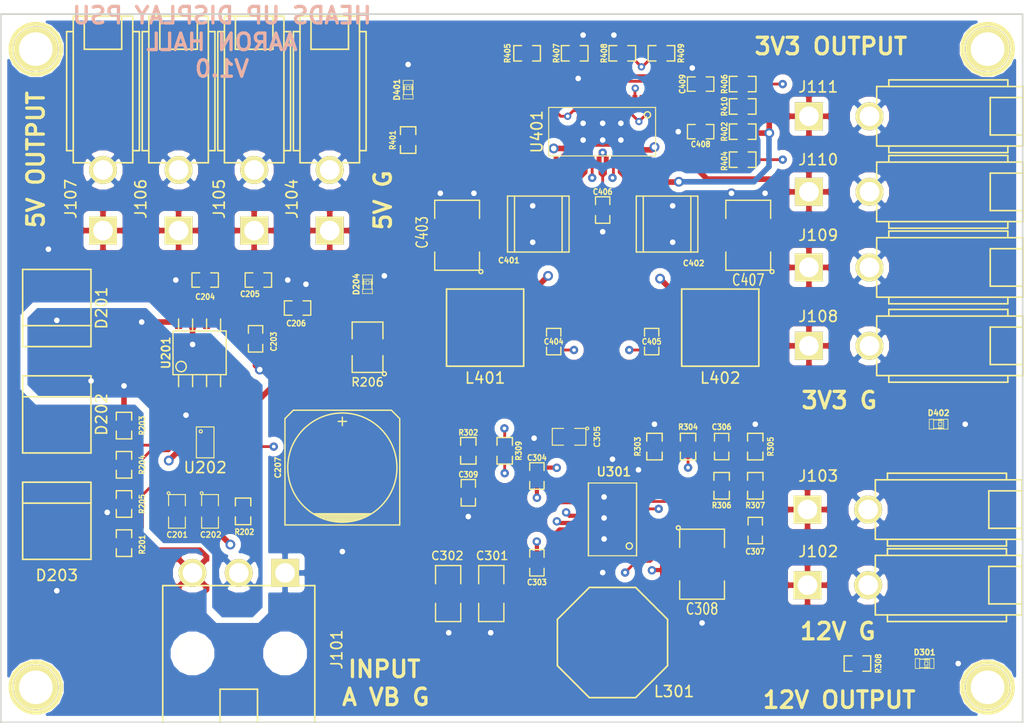
<source format=kicad_pcb>
(kicad_pcb (version 3) (host pcbnew "(2013-05-31 BZR 4019)-stable")
  (layers (15 Power.Cu power) (2 Ground1.Cu power hide) (1 Signal.Cu signal hide) (0 Power2.Cu jumper hide) (18 B.Paste user) (19 F.Paste user) (20 B.SilkS user) (21 F.SilkS user) (22 B.Mask user) (23 F.Mask user) (28 Edge.Cuts user))
  (net 0 "")
  (net 1 "/12V Supply/12V")
  (net 2 "/12V Supply/RUN")
  (net 3 "/5V and 3.3V Supply/3_3V")
  (net 4 "/5V and 3.3V Supply/5V")
  (net 5 "/PSU Protection/ACC")
  (net 6 "/PSU Protection/VBATT")
  (net 7 GND)
  (net 8 N-0000010)
  (net 9 N-0000011)
  (net 10 N-0000012)
  (net 11 N-0000013)
  (net 12 N-0000014)
  (net 13 N-0000015)
  (net 14 N-0000016)
  (net 15 N-0000017)
  (net 16 N-0000018)
  (net 17 N-0000019)
  (net 18 N-0000020)
  (net 19 N-0000021)
  (net 20 N-0000022)
  (net 21 N-0000023)
  (net 22 N-0000024)
  (net 23 N-0000025)
  (net 24 N-0000026)
  (net 25 N-0000027)
  (net 26 N-0000030)
  (net 27 N-0000031)
  (net 28 N-0000032)
  (net 29 N-0000035)
  (net 30 N-0000036)
  (net 31 N-0000037)
  (net 32 N-0000038)
  (net 33 N-0000039)
  (net 34 N-0000040)
  (net 35 N-000009)
  (net 36 VCC)
  (module tssop-28-epad (layer Power.Cu) (at 204.216 131.318 180)
    (fp_text reference U401 (at 5.969 0 270) (layer F.SilkS) (effects (font (size 1.00076 1.00076) (thickness 0.14986))))
    (fp_text value LTC3633A-1 hide)
    (pad 7 smd rect (at -0.32512 2.79908 180) (size 0.45 1.05) (layers Power.Cu F.Paste F.Mask) (net 28 N-0000032))
    (pad 8 smd rect (at 0.32512 2.79908 180) (size 0.45 1.05) (layers Power.Cu F.Paste F.Mask) (net 28 N-0000032))
    (pad 9 smd rect (at 0.97536 2.79908 180) (size 0.45 1.05) (layers Power.Cu F.Paste F.Mask) (net 30 N-0000036))
    (pad 10 smd rect (at 1.6256 2.79908 180) (size 0.45 1.05) (layers Power.Cu F.Paste F.Mask) (net 7 GND))
    (pad 25 smd rect (at -2.26568 -2.794 180) (size 0.45 1.05) (layers Power.Cu F.Paste F.Mask) (net 36 VCC))
    (pad 4 smd rect (at -2.27584 2.79908 180) (size 0.45 1.05) (layers Power.Cu F.Paste F.Mask) (clearance 0.0254))
    (pad 5 smd rect (at -1.6256 2.79908 180) (size 0.45 1.05) (layers Power.Cu F.Paste F.Mask) (net 28 N-0000032))
    (pad 6 smd rect (at -0.97536 2.79908 180) (size 0.45 1.05) (layers Power.Cu F.Paste F.Mask) (net 29 N-0000035))
    (pad 18 smd rect (at 2.27584 -2.79908 180) (size 0.45 1.05) (layers Power.Cu F.Paste F.Mask) (net 36 VCC))
    (pad 19 smd rect (at 1.6256 -2.79908 180) (size 0.45 1.05) (layers Power.Cu F.Paste F.Mask) (net 36 VCC))
    (pad 20 smd rect (at 0.97536 -2.79908 180) (size 0.45 1.05) (layers Power.Cu F.Paste F.Mask) (net 26 N-0000030))
    (pad 21 smd rect (at 0.32512 -2.79908 180) (size 0.45 1.05) (layers Power.Cu F.Paste F.Mask) (net 28 N-0000032))
    (pad 22 smd rect (at -0.32512 -2.79908 180) (size 0.45 1.05) (layers Power.Cu F.Paste F.Mask) (net 28 N-0000032))
    (pad 23 smd rect (at -0.97536 -2.79908 180) (size 0.45 1.05) (layers Power.Cu F.Paste F.Mask) (net 25 N-0000027))
    (pad 11 smd rect (at 2.27584 2.79908 180) (size 0.45 1.05) (layers Power.Cu F.Paste F.Mask) (clearance 0.0254))
    (pad 24 smd rect (at -1.6256 -2.794 180) (size 0.45 1.05) (layers Power.Cu F.Paste F.Mask) (net 36 VCC))
    (pad 3 smd rect (at -2.92608 2.79908 180) (size 0.45 1.05) (layers Power.Cu F.Paste F.Mask) (net 33 N-0000039))
    (pad 12 smd rect (at 2.92608 2.79908 180) (size 0.45 1.05) (layers Power.Cu F.Paste F.Mask) (net 34 N-0000040))
    (pad 17 smd rect (at 2.92608 -2.79908 180) (size 0.45 1.05) (layers Power.Cu F.Paste F.Mask) (net 27 N-0000031))
    (pad 26 smd rect (at -2.92608 -2.79908 180) (size 0.45 1.05) (layers Power.Cu F.Paste F.Mask) (net 32 N-0000038))
    (pad 2 smd rect (at -3.57378 2.79908 180) (size 0.45 1.05) (layers Power.Cu F.Paste F.Mask) (clearance 0.0254))
    (pad 13 smd rect (at 3.57378 2.79908 180) (size 0.45 1.05) (layers Power.Cu F.Paste F.Mask) (clearance 0.0254))
    (pad 16 smd rect (at 3.57378 -2.79908 180) (size 0.45 1.05) (layers Power.Cu F.Paste F.Mask) (net 27 N-0000031))
    (pad 27 smd rect (at -3.57378 -2.79908 180) (size 0.45 1.05) (layers Power.Cu F.Paste F.Mask) (net 32 N-0000038))
    (pad 1 smd rect (at -4.22402 2.79908 180) (size 0.45 1.05) (layers Power.Cu F.Paste F.Mask) (net 28 N-0000032))
    (pad 14 smd rect (at 4.22402 2.79908 180) (size 0.45 1.05) (layers Power.Cu F.Paste F.Mask) (net 28 N-0000032))
    (pad 15 smd rect (at 4.22402 -2.79908 180) (size 0.45 1.05) (layers Power.Cu F.Paste F.Mask) (net 4 "/5V and 3.3V Supply/5V"))
    (pad 28 smd rect (at -4.22402 -2.79908 180) (size 0.45 1.05) (layers Power.Cu F.Paste F.Mask) (net 3 "/5V and 3.3V Supply/3_3V"))
    (pad 29 smd rect (at 0 0 180) (size 4.75 2.74) (layers Power.Cu F.Paste F.Mask) (net 7 GND))
  )
  (module tsot-23 (layer Power.Cu) (at 168.148 159.512 270)
    (fp_text reference U202 (at 2.286 0 360) (layer F.SilkS))
    (fp_text value LTC4365 hide)
    (pad 8 smd rect (at -0.975 -1.31 270) (size 0.45 1.22) (layers Power.Cu F.Paste F.Mask) (net 11 N-0000013))
    (pad 7 smd rect (at -0.325 -1.31 270) (size 0.45 1.22) (layers Power.Cu F.Paste F.Mask) (net 36 VCC))
    (pad 6 smd rect (at 0.325 -1.31 270) (size 0.45 1.22) (layers Power.Cu F.Paste F.Mask) (net 2 "/12V Supply/RUN"))
    (pad 5 smd rect (at 0.975 -1.31 270) (size 0.45 1.22) (layers Power.Cu F.Paste F.Mask) (net 35 N-000009))
    (pad 1 smd rect (at -0.975 1.31 270) (size 0.45 1.22) (layers Power.Cu F.Paste F.Mask) (net 6 "/PSU Protection/VBATT"))
    (pad 2 smd rect (at -0.325 1.31 270) (size 0.45 1.22) (layers Power.Cu F.Paste F.Mask) (net 9 N-0000011))
    (pad 3 smd rect (at 0.325 1.31 270) (size 0.45 1.22) (layers Power.Cu F.Paste F.Mask) (net 10 N-0000012))
    (pad 4 smd rect (at 0.975 1.31 270) (size 0.45 1.22) (layers Power.Cu F.Paste F.Mask) (net 7 GND))
  )
  (module tssop-20-epad (layer Power.Cu) (at 205.105 166.497 90)
    (fp_text reference U301 (at 4.318 0.127 180) (layer F.SilkS) (effects (font (size 0.8001 0.8001) (thickness 0.14986))))
    (fp_text value LTC3115-1 hide)
    (pad 5 smd rect (at -0.32512 2.79908 90) (size 0.45 1.05) (layers Power.Cu F.Paste F.Mask) (net 7 GND))
    (pad 6 smd rect (at 0.32512 2.79908 90) (size 0.45 1.05) (layers Power.Cu F.Paste F.Mask) (net 7 GND))
    (pad 7 smd rect (at 0.97536 2.79908 90) (size 0.45 1.05) (layers Power.Cu F.Paste F.Mask) (net 18 N-0000020))
    (pad 8 smd rect (at 1.6256 2.79908 90) (size 0.45 1.05) (layers Power.Cu F.Paste F.Mask) (net 17 N-0000019))
    (pad 19 smd rect (at -2.26568 -2.794 90) (size 0.45 1.05) (layers Power.Cu F.Paste F.Mask) (net 13 N-0000015))
    (pad 2 smd rect (at -2.27584 2.79908 90) (size 0.45 1.05) (layers Power.Cu F.Paste F.Mask) (net 21 N-0000023))
    (pad 3 smd rect (at -1.6256 2.79908 90) (size 0.45 1.05) (layers Power.Cu F.Paste F.Mask) (net 24 N-0000026))
    (pad 4 smd rect (at -0.97536 2.79908 90) (size 0.45 1.05) (layers Power.Cu F.Paste F.Mask) (net 1 "/12V Supply/12V"))
    (pad 12 smd rect (at 2.27584 -2.79908 90) (size 0.45 1.05) (layers Power.Cu F.Paste F.Mask) (net 13 N-0000015))
    (pad 13 smd rect (at 1.6256 -2.79908 90) (size 0.45 1.05) (layers Power.Cu F.Paste F.Mask) (net 36 VCC))
    (pad 14 smd rect (at 0.97536 -2.79908 90) (size 0.45 1.05) (layers Power.Cu F.Paste F.Mask) (net 13 N-0000015))
    (pad 15 smd rect (at 0.32512 -2.79908 90) (size 0.45 1.05) (layers Power.Cu F.Paste F.Mask) (net 15 N-0000017))
    (pad 16 smd rect (at -0.32512 -2.79908 90) (size 0.45 1.05) (layers Power.Cu F.Paste F.Mask) (net 23 N-0000025))
    (pad 17 smd rect (at -0.97536 -2.79908 90) (size 0.45 1.05) (layers Power.Cu F.Paste F.Mask) (net 36 VCC))
    (pad 9 smd rect (at 2.27584 2.79908 90) (size 0.45 1.05) (layers Power.Cu F.Paste F.Mask) (net 20 N-0000022))
    (pad 18 smd rect (at -1.6256 -2.794 90) (size 0.45 1.05) (layers Power.Cu F.Paste F.Mask) (net 22 N-0000024))
    (pad 1 smd rect (at -2.92608 2.79908 90) (size 0.45 1.05) (layers Power.Cu F.Paste F.Mask) (net 7 GND))
    (pad 10 smd rect (at 2.92608 2.79908 90) (size 0.45 1.05) (layers Power.Cu F.Paste F.Mask) (net 7 GND))
    (pad 11 smd rect (at 2.92608 -2.79908 90) (size 0.45 1.05) (layers Power.Cu F.Paste F.Mask) (net 7 GND))
    (pad 20 smd rect (at -2.92608 -2.79908 90) (size 0.45 1.05) (layers Power.Cu F.Paste F.Mask) (net 7 GND))
    (pad 21 smd rect (at 0 0.01 90) (size 4.95 2.74) (layers Power.Cu F.Paste F.Mask) (net 7 GND))
  )
  (module so-8 (layer Power.Cu) (at 167.64 151.384)
    (fp_text reference U201 (at -3.048 0 90) (layer F.SilkS) (effects (font (size 0.7493 0.7493) (thickness 0.14986))))
    (fp_text value SI4946 hide)
    (pad 1 smd rect (at -1.905 2.794) (size 0.635 1.27) (layers Power.Cu F.Paste F.Mask) (net 12 N-0000014))
    (pad 2 smd rect (at -0.635 2.794) (size 0.635 1.27) (layers Power.Cu F.Paste F.Mask) (net 11 N-0000013))
    (pad 3 smd rect (at 0.635 2.794) (size 0.635 1.27) (layers Power.Cu F.Paste F.Mask) (net 12 N-0000014))
    (pad 4 smd rect (at 1.905 2.794) (size 0.635 1.27) (layers Power.Cu F.Paste F.Mask) (net 11 N-0000013))
    (pad 5 smd rect (at 1.905 -2.794) (size 0.635 1.27) (layers Power.Cu F.Paste F.Mask) (net 36 VCC))
    (pad 6 smd rect (at 0.635 -2.794) (size 0.635 1.27) (layers Power.Cu F.Paste F.Mask) (net 36 VCC))
    (pad 7 smd rect (at -0.635 -2.794) (size 0.635 1.27) (layers Power.Cu F.Paste F.Mask) (net 6 "/PSU Protection/VBATT"))
    (pad 8 smd rect (at -1.905 -2.794) (size 0.635 1.27) (layers Power.Cu F.Paste F.Mask) (net 6 "/PSU Protection/VBATT"))
  )
  (module SM1812 (layer Power.Cu) (at 217.424 140.716 90)
    (fp_text reference C407 (at -4.064 0 180) (layer F.SilkS) (effects (font (size 1.016 0.762) (thickness 0.127))))
    (fp_text value 22uF hide)
    (pad 1 smd rect (at -2.286 0 90) (size 1.397 3.81) (layers Power.Cu F.Paste F.Mask) (net 3 "/5V and 3.3V Supply/3_3V"))
    (pad 2 smd rect (at 2.286 0 90) (size 1.397 3.81) (layers Power.Cu F.Paste F.Mask) (net 7 GND))
  )
  (module SM1812 (layer Power.Cu) (at 191.008 140.716 90)
    (fp_text reference C403 (at 0.254 -3.175 90) (layer F.SilkS) (effects (font (size 1.016 0.762) (thickness 0.127))))
    (fp_text value 22uF hide)
    (pad 1 smd rect (at -2.286 0 90) (size 1.397 3.81) (layers Power.Cu F.Paste F.Mask) (net 4 "/5V and 3.3V Supply/5V"))
    (pad 2 smd rect (at 2.286 0 90) (size 1.397 3.81) (layers Power.Cu F.Paste F.Mask) (net 7 GND))
  )
  (module SM1812 (layer Power.Cu) (at 213.233 170.561 270)
    (fp_text reference C308 (at 4.064 0 360) (layer F.SilkS) (effects (font (size 1.016 0.762) (thickness 0.127))))
    (fp_text value 22uF hide)
    (pad 1 smd rect (at -2.286 0 270) (size 1.397 3.81) (layers Power.Cu F.Paste F.Mask) (net 1 "/12V Supply/12V"))
    (pad 2 smd rect (at 2.286 0 270) (size 1.397 3.81) (layers Power.Cu F.Paste F.Mask) (net 7 GND))
  )
  (module SM1210 (layer Power.Cu) (at 182.88 150.876 90)
    (fp_text reference R206 (at -3.175 0 180) (layer F.SilkS) (effects (font (size 0.762 0.762) (thickness 0.127))))
    (fp_text value 560 hide)
    (pad 1 smd rect (at -1.524 0 90) (size 1.27 2.54) (layers Power.Cu F.Paste F.Mask) (net 36 VCC))
    (pad 2 smd rect (at 1.524 0 90) (size 1.27 2.54) (layers Power.Cu F.Paste F.Mask) (net 8 N-0000010))
  )
  (module SM1206 (layer Power.Cu) (at 194.1068 173.228 270)
    (fp_text reference C301 (at -3.429 -0.0762 360) (layer F.SilkS) (effects (font (size 0.762 0.762) (thickness 0.127))))
    (fp_text value 10uF hide)
    (pad 1 smd rect (at -1.651 0 270) (size 1.524 2.032) (layers Power.Cu F.Paste F.Mask) (net 36 VCC))
    (pad 2 smd rect (at 1.651 0 270) (size 1.524 2.032) (layers Power.Cu F.Paste F.Mask) (net 7 GND))
  )
  (module SM1206 (layer Power.Cu) (at 190.1952 173.228 270)
    (fp_text reference C302 (at -3.429 0.0762 360) (layer F.SilkS) (effects (font (size 0.762 0.762) (thickness 0.127))))
    (fp_text value 10uF hide)
    (pad 1 smd rect (at -1.651 0 270) (size 1.524 2.032) (layers Power.Cu F.Paste F.Mask) (net 36 VCC))
    (pad 2 smd rect (at 1.651 0 270) (size 1.524 2.032) (layers Power.Cu F.Paste F.Mask) (net 7 GND))
  )
  (module SM0805 (layer Power.Cu) (at 168.588 165.77 270)
    (fp_text reference C202 (at 2.124 -0.068 360) (layer F.SilkS) (effects (font (size 0.50038 0.50038) (thickness 0.10922))))
    (fp_text value 0.01uF hide)
    (pad 1 smd rect (at -0.9525 0 270) (size 0.889 1.397) (layers Power.Cu F.Paste F.Mask) (net 35 N-000009))
    (pad 2 smd rect (at 0.9525 0 270) (size 0.889 1.397) (layers Power.Cu F.Paste F.Mask) (net 7 GND))
  )
  (module SM0805 (layer Power.Cu) (at 165.588 165.77 270)
    (fp_text reference C201 (at 2.124 -0.02 360) (layer F.SilkS) (effects (font (size 0.50038 0.50038) (thickness 0.10922))))
    (fp_text value 0.1uF hide)
    (pad 1 smd rect (at -0.9525 0 270) (size 0.889 1.397) (layers Power.Cu F.Paste F.Mask) (net 35 N-000009))
    (pad 2 smd rect (at 0.9525 0 270) (size 0.889 1.397) (layers Power.Cu F.Paste F.Mask) (net 7 GND))
  )
  (module SM0805 (layer Power.Cu) (at 201.168 159.004 180)
    (fp_text reference C305 (at -2.54 0 270) (layer F.SilkS) (effects (font (size 0.50038 0.50038) (thickness 0.10922))))
    (fp_text value 4.7uF hide)
    (pad 1 smd rect (at -0.9525 0 180) (size 0.889 1.397) (layers Power.Cu F.Paste F.Mask) (net 13 N-0000015))
    (pad 2 smd rect (at 0.9525 0 180) (size 0.889 1.397) (layers Power.Cu F.Paste F.Mask) (net 7 GND))
  )
  (module SM0603_Resistor (layer Power.Cu) (at 171.588 165.77 270)
    (fp_text reference R202 (at 1.87 -0.116 360) (layer F.SilkS) (effects (font (size 0.50038 0.4572) (thickness 0.1143))))
    (fp_text value 10k hide)
    (pad 1 smd rect (at -0.762 0 270) (size 0.635 1.143) (layers Power.Cu F.Paste F.Mask) (net 35 N-000009))
    (pad 2 smd rect (at 0.762 0 270) (size 0.635 1.143) (layers Power.Cu F.Paste F.Mask) (net 7 GND))
  )
  (module SM0603_Resistor (layer Power.Cu) (at 227.33 179.578)
    (fp_text reference R308 (at 1.905 0 90) (layer F.SilkS) (effects (font (size 0.50038 0.4572) (thickness 0.1143))))
    (fp_text value 430 hide)
    (pad 1 smd rect (at -0.762 0) (size 0.635 1.143) (layers Power.Cu F.Paste F.Mask) (net 1 "/12V Supply/12V"))
    (pad 2 smd rect (at 0.762 0) (size 0.635 1.143) (layers Power.Cu F.Paste F.Mask) (net 16 N-0000018))
  )
  (module SM0603_Resistor (layer Power.Cu) (at 211.963 159.893 270)
    (fp_text reference R304 (at -1.778 0 360) (layer F.SilkS) (effects (font (size 0.50038 0.4572) (thickness 0.1143))))
    (fp_text value 40.2k hide)
    (pad 1 smd rect (at -0.762 0 270) (size 0.635 1.143) (layers Power.Cu F.Paste F.Mask) (net 19 N-0000021))
    (pad 2 smd rect (at 0.762 0 270) (size 0.635 1.143) (layers Power.Cu F.Paste F.Mask) (net 18 N-0000020))
  )
  (module SM0603_Resistor (layer Power.Cu) (at 215.011 163.449 90)
    (fp_text reference R306 (at -1.778 0 180) (layer F.SilkS) (effects (font (size 0.50038 0.4572) (thickness 0.1143))))
    (fp_text value 1M hide)
    (pad 1 smd rect (at -0.762 0 90) (size 0.635 1.143) (layers Power.Cu F.Paste F.Mask) (net 1 "/12V Supply/12V"))
    (pad 2 smd rect (at 0.762 0 90) (size 0.635 1.143) (layers Power.Cu F.Paste F.Mask) (net 17 N-0000019))
  )
  (module SM0603_Resistor (layer Power.Cu) (at 218.059 159.893 90)
    (fp_text reference R305 (at 0 1.397 90) (layer F.SilkS) (effects (font (size 0.50038 0.4572) (thickness 0.1143))))
    (fp_text value 90.9k hide)
    (pad 1 smd rect (at -0.762 0 90) (size 0.635 1.143) (layers Power.Cu F.Paste F.Mask) (net 17 N-0000019))
    (pad 2 smd rect (at 0.762 0 90) (size 0.635 1.143) (layers Power.Cu F.Paste F.Mask) (net 7 GND))
  )
  (module SM0603_Resistor (layer Power.Cu) (at 218.059 163.449 90)
    (fp_text reference R307 (at -1.778 0 180) (layer F.SilkS) (effects (font (size 0.50038 0.4572) (thickness 0.1143))))
    (fp_text value 10k hide)
    (pad 1 smd rect (at -0.762 0 90) (size 0.635 1.143) (layers Power.Cu F.Paste F.Mask) (net 14 N-0000016))
    (pad 2 smd rect (at 0.762 0 90) (size 0.635 1.143) (layers Power.Cu F.Paste F.Mask) (net 17 N-0000019))
  )
  (module SM0603_Resistor (layer Power.Cu) (at 208.915 159.893 90)
    (fp_text reference R303 (at 0 -1.524 90) (layer F.SilkS) (effects (font (size 0.50038 0.4572) (thickness 0.1143))))
    (fp_text value 35.7k hide)
    (pad 1 smd rect (at -0.762 0 90) (size 0.635 1.143) (layers Power.Cu F.Paste F.Mask) (net 20 N-0000022))
    (pad 2 smd rect (at 0.762 0 90) (size 0.635 1.143) (layers Power.Cu F.Paste F.Mask) (net 7 GND))
  )
  (module SM0603_Resistor (layer Power.Cu) (at 192.024 160.274 270)
    (fp_text reference R302 (at -1.651 0 360) (layer F.SilkS) (effects (font (size 0.50038 0.4572) (thickness 0.1143))))
    (fp_text value 100k hide)
    (pad 1 smd rect (at -0.762 0 270) (size 0.635 1.143) (layers Power.Cu F.Paste F.Mask) (net 36 VCC))
    (pad 2 smd rect (at 0.762 0 270) (size 0.635 1.143) (layers Power.Cu F.Paste F.Mask) (net 21 N-0000023))
  )
  (module SM0603_Resistor (layer Power.Cu) (at 160.782 168.656 90)
    (fp_text reference R201 (at -0.127 1.651 90) (layer F.SilkS) (effects (font (size 0.50038 0.4572) (thickness 0.1143))))
    (fp_text value 100k hide)
    (pad 1 smd rect (at -0.762 0 90) (size 0.635 1.143) (layers Power.Cu F.Paste F.Mask) (net 5 "/PSU Protection/ACC"))
    (pad 2 smd rect (at 0.762 0 90) (size 0.635 1.143) (layers Power.Cu F.Paste F.Mask) (net 35 N-000009))
  )
  (module SM0603_Resistor (layer Power.Cu) (at 186.563 132.08 90)
    (fp_text reference R401 (at 0 -1.397 90) (layer F.SilkS) (effects (font (size 0.50038 0.4572) (thickness 0.1143))))
    (fp_text value 91 hide)
    (pad 1 smd rect (at -0.762 0 90) (size 0.635 1.143) (layers Power.Cu F.Paste F.Mask) (net 4 "/5V and 3.3V Supply/5V"))
    (pad 2 smd rect (at 0.762 0 90) (size 0.635 1.143) (layers Power.Cu F.Paste F.Mask) (net 31 N-0000037))
  )
  (module SM0603_Resistor (layer Power.Cu) (at 216.916 131.318 180)
    (fp_text reference R402 (at 1.651 0 270) (layer F.SilkS) (effects (font (size 0.50038 0.4572) (thickness 0.1143))))
    (fp_text value 100k hide)
    (pad 1 smd rect (at -0.762 0 180) (size 0.635 1.143) (layers Power.Cu F.Paste F.Mask) (net 36 VCC))
    (pad 2 smd rect (at 0.762 0 180) (size 0.635 1.143) (layers Power.Cu F.Paste F.Mask) (net 29 N-0000035))
  )
  (module SM0603_Resistor (layer Power.Cu) (at 197.358 124.206)
    (fp_text reference R405 (at -1.778 0 90) (layer F.SilkS) (effects (font (size 0.50038 0.4572) (thickness 0.1143))))
    (fp_text value 73.2k hide)
    (pad 1 smd rect (at -0.762 0) (size 0.635 1.143) (layers Power.Cu F.Paste F.Mask) (net 4 "/5V and 3.3V Supply/5V"))
    (pad 2 smd rect (at 0.762 0) (size 0.635 1.143) (layers Power.Cu F.Paste F.Mask) (net 34 N-0000040))
  )
  (module SM0603_Resistor (layer Power.Cu) (at 209.55 124.206)
    (fp_text reference R409 (at 1.778 0 90) (layer F.SilkS) (effects (font (size 0.50038 0.4572) (thickness 0.1143))))
    (fp_text value 45.3k hide)
    (pad 1 smd rect (at -0.762 0) (size 0.635 1.143) (layers Power.Cu F.Paste F.Mask) (net 33 N-0000039))
    (pad 2 smd rect (at 0.762 0) (size 0.635 1.143) (layers Power.Cu F.Paste F.Mask) (net 3 "/5V and 3.3V Supply/3_3V"))
  )
  (module SM0603_Resistor (layer Power.Cu) (at 160.782 157.988 270)
    (fp_text reference R203 (at 0 -1.651 270) (layer F.SilkS) (effects (font (size 0.50038 0.4572) (thickness 0.1143))))
    (fp_text value 1.82M hide)
    (pad 1 smd rect (at -0.762 0 270) (size 0.635 1.143) (layers Power.Cu F.Paste F.Mask) (net 6 "/PSU Protection/VBATT"))
    (pad 2 smd rect (at 0.762 0 270) (size 0.635 1.143) (layers Power.Cu F.Paste F.Mask) (net 9 N-0000011))
  )
  (module SM0603_Resistor (layer Power.Cu) (at 160.782 161.544 270)
    (fp_text reference R204 (at 0 -1.651 270) (layer F.SilkS) (effects (font (size 0.50038 0.4572) (thickness 0.1143))))
    (fp_text value 243k hide)
    (pad 1 smd rect (at -0.762 0 270) (size 0.635 1.143) (layers Power.Cu F.Paste F.Mask) (net 9 N-0000011))
    (pad 2 smd rect (at 0.762 0 270) (size 0.635 1.143) (layers Power.Cu F.Paste F.Mask) (net 10 N-0000012))
  )
  (module SM0603_Resistor (layer Power.Cu) (at 160.782 165.1 270)
    (fp_text reference R205 (at 0 -1.651 270) (layer F.SilkS) (effects (font (size 0.50038 0.4572) (thickness 0.1143))))
    (fp_text value 59k hide)
    (pad 1 smd rect (at -0.762 0 270) (size 0.635 1.143) (layers Power.Cu F.Paste F.Mask) (net 10 N-0000012))
    (pad 2 smd rect (at 0.762 0 270) (size 0.635 1.143) (layers Power.Cu F.Paste F.Mask) (net 7 GND))
  )
  (module SM0603_Resistor (layer Power.Cu) (at 201.676 124.206)
    (fp_text reference R407 (at -1.651 0 90) (layer F.SilkS) (effects (font (size 0.50038 0.4572) (thickness 0.1143))))
    (fp_text value 10k hide)
    (pad 1 smd rect (at -0.762 0) (size 0.635 1.143) (layers Power.Cu F.Paste F.Mask) (net 34 N-0000040))
    (pad 2 smd rect (at 0.762 0) (size 0.635 1.143) (layers Power.Cu F.Paste F.Mask) (net 7 GND))
  )
  (module SM0603_Resistor (layer Power.Cu) (at 205.994 124.206 180)
    (fp_text reference R408 (at 1.651 0 270) (layer F.SilkS) (effects (font (size 0.50038 0.4572) (thickness 0.1143))))
    (fp_text value 10k hide)
    (pad 1 smd rect (at -0.762 0 180) (size 0.635 1.143) (layers Power.Cu F.Paste F.Mask) (net 33 N-0000039))
    (pad 2 smd rect (at 0.762 0 180) (size 0.635 1.143) (layers Power.Cu F.Paste F.Mask) (net 7 GND))
  )
  (module SM0603_Capa (layer Power.Cu) (at 198.247 170.434 90)
    (fp_text reference C303 (at -1.778 0 180) (layer F.SilkS) (effects (font (size 0.508 0.4572) (thickness 0.1143))))
    (fp_text value 0.1uF hide)
    (pad 1 smd rect (at -0.762 0 90) (size 0.635 1.143) (layers Power.Cu F.Paste F.Mask) (net 22 N-0000024))
    (pad 2 smd rect (at 0.762 0 90) (size 0.635 1.143) (layers Power.Cu F.Paste F.Mask) (net 23 N-0000025))
  )
  (module SM0603_Capa (layer Power.Cu) (at 198.247 162.56 270)
    (fp_text reference C304 (at -1.651 0 360) (layer F.SilkS) (effects (font (size 0.508 0.4572) (thickness 0.1143))))
    (fp_text value 0.1uF hide)
    (pad 1 smd rect (at -0.762 0 270) (size 0.635 1.143) (layers Power.Cu F.Paste F.Mask) (net 24 N-0000026))
    (pad 2 smd rect (at 0.762 0 270) (size 0.635 1.143) (layers Power.Cu F.Paste F.Mask) (net 15 N-0000017))
  )
  (module SM0603_Capa (layer Power.Cu) (at 176.53 147.32)
    (fp_text reference C206 (at -0.127 1.397) (layer F.SilkS) (effects (font (size 0.508 0.4572) (thickness 0.1143))))
    (fp_text value 0.1u hide)
    (pad 1 smd rect (at -0.762 0) (size 0.635 1.143) (layers Power.Cu F.Paste F.Mask) (net 36 VCC))
    (pad 2 smd rect (at 0.762 0) (size 0.635 1.143) (layers Power.Cu F.Paste F.Mask) (net 7 GND))
  )
  (module SM0603_Capa (layer Power.Cu) (at 172.974 144.78)
    (fp_text reference C205 (at -0.762 1.27) (layer F.SilkS) (effects (font (size 0.508 0.4572) (thickness 0.1143))))
    (fp_text value 0.1u hide)
    (pad 1 smd rect (at -0.762 0) (size 0.635 1.143) (layers Power.Cu F.Paste F.Mask) (net 36 VCC))
    (pad 2 smd rect (at 0.762 0) (size 0.635 1.143) (layers Power.Cu F.Paste F.Mask) (net 7 GND))
  )
  (module SM0603_Capa (layer Power.Cu) (at 172.72 150.114 270)
    (fp_text reference C203 (at 0.254 -1.651 270) (layer F.SilkS) (effects (font (size 0.508 0.4572) (thickness 0.1143))))
    (fp_text value 0.01u hide)
    (pad 1 smd rect (at -0.762 0 270) (size 0.635 1.143) (layers Power.Cu F.Paste F.Mask) (net 36 VCC))
    (pad 2 smd rect (at 0.762 0 270) (size 0.635 1.143) (layers Power.Cu F.Paste F.Mask) (net 7 GND))
  )
  (module SM0603_Capa (layer Power.Cu) (at 168.148 144.78 180)
    (fp_text reference C204 (at 0 -1.524 180) (layer F.SilkS) (effects (font (size 0.508 0.4572) (thickness 0.1143))))
    (fp_text value 0.01u hide)
    (pad 1 smd rect (at -0.762 0 180) (size 0.635 1.143) (layers Power.Cu F.Paste F.Mask) (net 36 VCC))
    (pad 2 smd rect (at 0.762 0 180) (size 0.635 1.143) (layers Power.Cu F.Paste F.Mask) (net 7 GND))
  )
  (module SM0603_Capa (layer Power.Cu) (at 218.059 167.513 90)
    (fp_text reference C307 (at -1.905 0 180) (layer F.SilkS) (effects (font (size 0.508 0.4572) (thickness 0.1143))))
    (fp_text value 33pF hide)
    (pad 1 smd rect (at -0.762 0 90) (size 0.635 1.143) (layers Power.Cu F.Paste F.Mask) (net 1 "/12V Supply/12V"))
    (pad 2 smd rect (at 0.762 0 90) (size 0.635 1.143) (layers Power.Cu F.Paste F.Mask) (net 14 N-0000016))
  )
  (module SM0603_Capa (layer Power.Cu) (at 215.011 159.893 270)
    (fp_text reference C306 (at -1.778 0 360) (layer F.SilkS) (effects (font (size 0.508 0.4572) (thickness 0.1143))))
    (fp_text value 820pF hide)
    (pad 1 smd rect (at -0.762 0 270) (size 0.635 1.143) (layers Power.Cu F.Paste F.Mask) (net 19 N-0000021))
    (pad 2 smd rect (at 0.762 0 270) (size 0.635 1.143) (layers Power.Cu F.Paste F.Mask) (net 17 N-0000019))
  )
  (module SM0603_Capa (layer Power.Cu) (at 204.216 138.43 270)
    (fp_text reference C406 (at -1.651 0 360) (layer F.SilkS) (effects (font (size 0.508 0.4572) (thickness 0.1143))))
    (fp_text value 2.2uF hide)
    (pad 1 smd rect (at -0.762 0 270) (size 0.635 1.143) (layers Power.Cu F.Paste F.Mask) (net 28 N-0000032))
    (pad 2 smd rect (at 0.762 0 270) (size 0.635 1.143) (layers Power.Cu F.Paste F.Mask) (net 7 GND))
  )
  (module SM0603_Capa (layer Power.Cu) (at 199.771 150.368 90)
    (fp_text reference C404 (at 0 0 180) (layer F.SilkS) (effects (font (size 0.508 0.4572) (thickness 0.1143))))
    (fp_text value 0.1uF hide)
    (pad 1 smd rect (at -0.762 0 90) (size 0.635 1.143) (layers Power.Cu F.Paste F.Mask) (net 26 N-0000030))
    (pad 2 smd rect (at 0.762 0 90) (size 0.635 1.143) (layers Power.Cu F.Paste F.Mask) (net 27 N-0000031))
  )
  (module SM0603_Capa (layer Power.Cu) (at 208.661 150.368 90)
    (fp_text reference C405 (at 0 0 180) (layer F.SilkS) (effects (font (size 0.508 0.4572) (thickness 0.1143))))
    (fp_text value 0.1uF hide)
    (pad 1 smd rect (at -0.762 0 90) (size 0.635 1.143) (layers Power.Cu F.Paste F.Mask) (net 25 N-0000027))
    (pad 2 smd rect (at 0.762 0 90) (size 0.635 1.143) (layers Power.Cu F.Paste F.Mask) (net 32 N-0000038))
  )
  (module mini-fit-jr-3 (layer Power.Cu) (at 171.196 175.006)
    (fp_text reference J101 (at 8.89 3.302 90) (layer F.SilkS))
    (fp_text value VIN hide)
    (pad 3 thru_hole circle (at -4.2 -3.65) (size 2.54 2.54) (drill 1.778) (layers *.Cu *.Mask F.SilkS) (net 5 "/PSU Protection/ACC"))
    (pad 2 thru_hole circle (at 0 -3.65) (size 2.54 2.54) (drill 1.778) (layers *.Cu *.Mask F.SilkS) (net 6 "/PSU Protection/VBATT"))
    (pad 1 thru_hole rect (at 4.2 -3.65) (size 2.54 2.54) (drill 1.778) (layers *.Cu *.Mask F.SilkS) (net 7 GND))
    (pad "" np_thru_hole circle (at -4.2 3.65) (size 2.95 2.95) (drill 2.95) (layers *.Cu *.Mask F.SilkS))
    (pad "" np_thru_hole circle (at 4.2 3.65) (size 2.95 2.95) (drill 2.95) (layers *.Cu *.Mask F.SilkS))
  )
  (module mini-fit-jr-2 (layer Power.Cu) (at 225.552 165.608 90)
    (fp_text reference J103 (at 3.048 -1.778 180) (layer F.SilkS))
    (fp_text value 12V_2 hide)
    (pad 1 thru_hole rect (at 0 -2.75 90) (size 2.54 2.54) (drill 1.778) (layers *.Cu *.Mask F.SilkS) (net 1 "/12V Supply/12V"))
    (pad 2 thru_hole circle (at 0 2.75 90) (size 2.54 2.54) (drill 1.778) (layers *.Cu *.Mask F.SilkS) (net 7 GND))
  )
  (module mini-fit-jr-2 (layer Power.Cu) (at 158.877 137.541 180)
    (fp_text reference J107 (at 2.921 0.127 270) (layer F.SilkS))
    (fp_text value 5V_4 hide)
    (pad 1 thru_hole rect (at 0 -2.75 180) (size 2.54 2.54) (drill 1.778) (layers *.Cu *.Mask F.SilkS) (net 4 "/5V and 3.3V Supply/5V"))
    (pad 2 thru_hole circle (at 0 2.75 180) (size 2.54 2.54) (drill 1.778) (layers *.Cu *.Mask F.SilkS) (net 7 GND))
  )
  (module mini-fit-jr-2 (layer Power.Cu) (at 225.679 150.749 90)
    (fp_text reference J108 (at 2.667 -1.905 180) (layer F.SilkS))
    (fp_text value 3_3V_1 hide)
    (pad 1 thru_hole rect (at 0 -2.75 90) (size 2.54 2.54) (drill 1.778) (layers *.Cu *.Mask F.SilkS) (net 3 "/5V and 3.3V Supply/3_3V"))
    (pad 2 thru_hole circle (at 0 2.75 90) (size 2.54 2.54) (drill 1.778) (layers *.Cu *.Mask F.SilkS) (net 7 GND))
  )
  (module mini-fit-jr-2 (layer Power.Cu) (at 225.552 172.466 90)
    (fp_text reference J102 (at 3.048 -1.778 180) (layer F.SilkS))
    (fp_text value 12V_1 hide)
    (pad 1 thru_hole rect (at 0 -2.75 90) (size 2.54 2.54) (drill 1.778) (layers *.Cu *.Mask F.SilkS) (net 1 "/12V Supply/12V"))
    (pad 2 thru_hole circle (at 0 2.75 90) (size 2.54 2.54) (drill 1.778) (layers *.Cu *.Mask F.SilkS) (net 7 GND))
  )
  (module mini-fit-jr-2 (layer Power.Cu) (at 165.735 137.541 180)
    (fp_text reference J106 (at 3.429 0.127 270) (layer F.SilkS))
    (fp_text value 5V_3 hide)
    (pad 1 thru_hole rect (at 0 -2.75 180) (size 2.54 2.54) (drill 1.778) (layers *.Cu *.Mask F.SilkS) (net 4 "/5V and 3.3V Supply/5V"))
    (pad 2 thru_hole circle (at 0 2.75 180) (size 2.54 2.54) (drill 1.778) (layers *.Cu *.Mask F.SilkS) (net 7 GND))
  )
  (module mini-fit-jr-2 (layer Power.Cu) (at 172.593 137.541 180)
    (fp_text reference J105 (at 3.175 0.127 270) (layer F.SilkS))
    (fp_text value 5V_2 hide)
    (pad 1 thru_hole rect (at 0 -2.75 180) (size 2.54 2.54) (drill 1.778) (layers *.Cu *.Mask F.SilkS) (net 4 "/5V and 3.3V Supply/5V"))
    (pad 2 thru_hole circle (at 0 2.75 180) (size 2.54 2.54) (drill 1.778) (layers *.Cu *.Mask F.SilkS) (net 7 GND))
  )
  (module mini-fit-jr-2 (layer Power.Cu) (at 179.451 137.541 180)
    (fp_text reference J104 (at 3.429 0.127 270) (layer F.SilkS))
    (fp_text value 5V_1 hide)
    (pad 1 thru_hole rect (at 0 -2.75 180) (size 2.54 2.54) (drill 1.778) (layers *.Cu *.Mask F.SilkS) (net 4 "/5V and 3.3V Supply/5V"))
    (pad 2 thru_hole circle (at 0 2.75 180) (size 2.54 2.54) (drill 1.778) (layers *.Cu *.Mask F.SilkS) (net 7 GND))
  )
  (module mini-fit-jr-2 (layer Power.Cu) (at 225.679 143.637 90)
    (fp_text reference J109 (at 2.921 -1.905 180) (layer F.SilkS))
    (fp_text value 3_3V_2 hide)
    (pad 1 thru_hole rect (at 0 -2.75 90) (size 2.54 2.54) (drill 1.778) (layers *.Cu *.Mask F.SilkS) (net 3 "/5V and 3.3V Supply/3_3V"))
    (pad 2 thru_hole circle (at 0 2.75 90) (size 2.54 2.54) (drill 1.778) (layers *.Cu *.Mask F.SilkS) (net 7 GND))
  )
  (module mini-fit-jr-2 (layer Power.Cu) (at 225.679 129.921 90)
    (fp_text reference J111 (at 2.667 -1.905 180) (layer F.SilkS))
    (fp_text value 3_3V_4 hide)
    (pad 1 thru_hole rect (at 0 -2.75 90) (size 2.54 2.54) (drill 1.778) (layers *.Cu *.Mask F.SilkS) (net 3 "/5V and 3.3V Supply/3_3V"))
    (pad 2 thru_hole circle (at 0 2.75 90) (size 2.54 2.54) (drill 1.778) (layers *.Cu *.Mask F.SilkS) (net 7 GND))
  )
  (module mini-fit-jr-2 (layer Power.Cu) (at 225.679 136.779 90)
    (fp_text reference J110 (at 2.921 -1.905 180) (layer F.SilkS))
    (fp_text value 3_3V_3 hide)
    (pad 1 thru_hole rect (at 0 -2.75 90) (size 2.54 2.54) (drill 1.778) (layers *.Cu *.Mask F.SilkS) (net 3 "/5V and 3.3V Supply/3_3V"))
    (pad 2 thru_hole circle (at 0 2.75 90) (size 2.54 2.54) (drill 1.778) (layers *.Cu *.Mask F.SilkS) (net 7 GND))
  )
  (module LED-0603 (layer Power.Cu) (at 234.696 157.861)
    (fp_text reference D402 (at 0 -1.016) (layer F.SilkS) (effects (font (size 0.508 0.508) (thickness 0.127))))
    (fp_text value BLUE_LED hide)
    (pad 1 smd rect (at -0.7493 0) (size 0.79756 0.79756) (layers Power.Cu F.Paste F.Mask) (net 3 "/5V and 3.3V Supply/3_3V"))
    (pad 2 smd rect (at 0.7493 0) (size 0.79756 0.79756) (layers Power.Cu F.Paste F.Mask) (net 7 GND))
  )
  (module LED-0603 (layer Power.Cu) (at 233.426 179.578)
    (fp_text reference D301 (at 0 -1.016) (layer F.SilkS) (effects (font (size 0.508 0.508) (thickness 0.127))))
    (fp_text value BLUE_LED hide)
    (pad 1 smd rect (at -0.7493 0) (size 0.79756 0.79756) (layers Power.Cu F.Paste F.Mask) (net 16 N-0000018))
    (pad 2 smd rect (at 0.7493 0) (size 0.79756 0.79756) (layers Power.Cu F.Paste F.Mask) (net 7 GND))
  )
  (module LED-0603 (layer Power.Cu) (at 186.563 127.508 90)
    (fp_text reference D401 (at 0 -1.016 90) (layer F.SilkS) (effects (font (size 0.508 0.508) (thickness 0.127))))
    (fp_text value BLUE_LED hide)
    (pad 1 smd rect (at -0.7493 0 90) (size 0.79756 0.79756) (layers Power.Cu F.Paste F.Mask) (net 31 N-0000037))
    (pad 2 smd rect (at 0.7493 0 90) (size 0.79756 0.79756) (layers Power.Cu F.Paste F.Mask) (net 7 GND))
  )
  (module LED-0603 (layer Power.Cu) (at 182.88 145.161 90)
    (fp_text reference D204 (at 0 -1.016 90) (layer F.SilkS) (effects (font (size 0.508 0.508) (thickness 0.127))))
    (fp_text value BLUE_LED hide)
    (pad 1 smd rect (at -0.7493 0 90) (size 0.79756 0.79756) (layers Power.Cu F.Paste F.Mask) (net 8 N-0000010))
    (pad 2 smd rect (at 0.7493 0 90) (size 0.79756 0.79756) (layers Power.Cu F.Paste F.Mask) (net 7 GND))
  )
  (module L6.9 (layer Power.Cu) (at 193.548 149.098)
    (fp_text reference L401 (at 0 4.572) (layer F.SilkS))
    (fp_text value 1.5uH hide)
    (pad 1 smd rect (at -2.55 0) (size 2.7 2.2) (layers Power.Cu F.Paste F.Mask) (net 4 "/5V and 3.3V Supply/5V"))
    (pad 2 smd rect (at 2.55 0) (size 2.7 2.2) (layers Power.Cu F.Paste F.Mask) (net 27 N-0000031))
  )
  (module L6.9 (layer Power.Cu) (at 214.884 149.098)
    (fp_text reference L402 (at 0 4.572) (layer F.SilkS))
    (fp_text value 1uH hide)
    (pad 1 smd rect (at -2.55 0) (size 2.7 2.2) (layers Power.Cu F.Paste F.Mask) (net 32 N-0000038))
    (pad 2 smd rect (at 2.55 0) (size 2.7 2.2) (layers Power.Cu F.Paste F.Mask) (net 3 "/5V and 3.3V Supply/3_3V"))
  )
  (module L10 (layer Power.Cu) (at 205.105 177.673)
    (fp_text reference L301 (at 5.588 4.445) (layer F.SilkS))
    (fp_text value 10uH hide)
    (pad 1 smd rect (at -4.5 0) (size 1.8 4.6) (layers Power.Cu F.Paste F.Mask) (net 22 N-0000024))
    (pad 2 smd rect (at 4.5 0) (size 1.8 4.6) (layers Power.Cu F.Paste F.Mask) (net 24 N-0000026))
  )
  (module "DO-214AB(SMC)" (layer Power.Cu) (at 154.686 147.32 270)
    (fp_text reference D201 (at 0 -4.064 270) (layer F.SilkS))
    (fp_text value SMCJ40A hide)
    (pad 1 smd rect (at -3.04 0 270) (size 1.39 3.27) (layers Power.Cu F.Paste F.Mask) (net 7 GND))
    (pad 2 smd rect (at 3.04 0 270) (size 1.39 3.27) (layers Power.Cu F.Paste F.Mask) (net 6 "/PSU Protection/VBATT"))
  )
  (module "DO-214AB(SMC)" (layer Power.Cu) (at 154.686 156.972 90)
    (fp_text reference D202 (at 0 4.064 90) (layer F.SilkS))
    (fp_text value SCHOTTKY hide)
    (pad 1 smd rect (at -3.04 0 90) (size 1.39 3.27) (layers Power.Cu F.Paste F.Mask) (net 5 "/PSU Protection/ACC"))
    (pad 2 smd rect (at 3.04 0 90) (size 1.39 3.27) (layers Power.Cu F.Paste F.Mask) (net 6 "/PSU Protection/VBATT"))
  )
  (module "DO-214AB(SMC)" (layer Power.Cu) (at 154.686 166.624 90)
    (fp_text reference D203 (at -4.953 0 180) (layer F.SilkS))
    (fp_text value SMCJ40A hide)
    (pad 1 smd rect (at -3.04 0 90) (size 1.39 3.27) (layers Power.Cu F.Paste F.Mask) (net 7 GND))
    (pad 2 smd rect (at 3.04 0 90) (size 1.39 3.27) (layers Power.Cu F.Paste F.Mask) (net 5 "/PSU Protection/ACC"))
  )
  (module c_elec_10x10 (layer Power.Cu) (at 180.594 161.798 90)
    (fp_text reference C207 (at 0 -5.842 90) (layer F.SilkS) (effects (font (size 0.50038 0.50038) (thickness 0.11938))))
    (fp_text value 100uF hide)
    (pad 1 smd rect (at 4.0005 0 90) (size 4.0005 2.4003) (layers Power.Cu F.Paste F.Mask) (net 36 VCC))
    (pad 2 smd rect (at -4.0005 0 90) (size 4.0005 2.4003) (layers Power.Cu F.Paste F.Mask) (net 7 GND))
  )
  (module c_2220 (layer Power.Cu) (at 210.058 139.7 180)
    (fp_text reference C402 (at -2.413 -3.556 180) (layer F.SilkS) (effects (font (size 0.50038 0.50038) (thickness 0.11938))))
    (fp_text value 47uF hide)
    (pad 1 smd rect (at 2.57556 0 180) (size 1.84912 5.4991) (layers Power.Cu F.Paste F.Mask) (net 36 VCC))
    (pad 2 smd rect (at -2.57556 0 180) (size 1.84912 5.4991) (layers Power.Cu F.Paste F.Mask) (net 7 GND))
  )
  (module c_2220 (layer Power.Cu) (at 198.374 139.7)
    (fp_text reference C401 (at -2.667 3.302) (layer F.SilkS) (effects (font (size 0.50038 0.50038) (thickness 0.11938))))
    (fp_text value 47uF hide)
    (pad 1 smd rect (at 2.57556 0) (size 1.84912 5.4991) (layers Power.Cu F.Paste F.Mask) (net 36 VCC))
    (pad 2 smd rect (at -2.57556 0) (size 1.84912 5.4991) (layers Power.Cu F.Paste F.Mask) (net 7 GND))
  )
  (module SM0603_Resistor (layer Power.Cu) (at 195.326 160.274 270)
    (fp_text reference R309 (at 0 -1.27 270) (layer F.SilkS) (effects (font (size 0.50038 0.4572) (thickness 0.1143))))
    (fp_text value 0 hide)
    (pad 1 smd rect (at -0.762 0 270) (size 0.635 1.143) (layers Power.Cu F.Paste F.Mask) (net 2 "/12V Supply/RUN"))
    (pad 2 smd rect (at 0.762 0 270) (size 0.635 1.143) (layers Power.Cu F.Paste F.Mask) (net 21 N-0000023))
  )
  (module SM0603_Resistor (layer Power.Cu) (at 216.916 133.858 180)
    (fp_text reference R404 (at 1.651 -0.127 270) (layer F.SilkS) (effects (font (size 0.50038 0.4572) (thickness 0.1143))))
    (fp_text value 0 hide)
    (pad 1 smd rect (at -0.762 0 180) (size 0.635 1.143) (layers Power.Cu F.Paste F.Mask) (net 2 "/12V Supply/RUN"))
    (pad 2 smd rect (at 0.762 0 180) (size 0.635 1.143) (layers Power.Cu F.Paste F.Mask) (net 29 N-0000035))
  )
  (module SM0603_Resistor (layer Power.Cu) (at 216.916 127 180)
    (fp_text reference R406 (at 1.651 0 270) (layer F.SilkS) (effects (font (size 0.50038 0.4572) (thickness 0.1143))))
    (fp_text value 0 hide)
    (pad 1 smd rect (at -0.762 0 180) (size 0.635 1.143) (layers Power.Cu F.Paste F.Mask) (net 2 "/12V Supply/RUN"))
    (pad 2 smd rect (at 0.762 0 180) (size 0.635 1.143) (layers Power.Cu F.Paste F.Mask) (net 30 N-0000036))
  )
  (module SM0603_Resistor (layer Power.Cu) (at 216.916 129.032 180)
    (fp_text reference R410 (at 1.651 0 270) (layer F.SilkS) (effects (font (size 0.50038 0.4572) (thickness 0.1143))))
    (fp_text value 100k hide)
    (pad 1 smd rect (at -0.762 0 180) (size 0.635 1.143) (layers Power.Cu F.Paste F.Mask) (net 36 VCC))
    (pad 2 smd rect (at 0.762 0 180) (size 0.635 1.143) (layers Power.Cu F.Paste F.Mask) (net 30 N-0000036))
  )
  (module SM0603_Capa (layer Power.Cu) (at 192.024 164.084 270)
    (fp_text reference C309 (at -1.651 0 360) (layer F.SilkS) (effects (font (size 0.508 0.4572) (thickness 0.1143))))
    (fp_text value 0.1uF hide)
    (pad 1 smd rect (at -0.762 0 270) (size 0.635 1.143) (layers Power.Cu F.Paste F.Mask) (net 21 N-0000023))
    (pad 2 smd rect (at 0.762 0 270) (size 0.635 1.143) (layers Power.Cu F.Paste F.Mask) (net 7 GND))
  )
  (module SM0603_Capa (layer Power.Cu) (at 213.106 131.318 180)
    (fp_text reference C408 (at 0 -1.143 180) (layer F.SilkS) (effects (font (size 0.508 0.4572) (thickness 0.1143))))
    (fp_text value 0.1uF hide)
    (pad 1 smd rect (at -0.762 0 180) (size 0.635 1.143) (layers Power.Cu F.Paste F.Mask) (net 29 N-0000035))
    (pad 2 smd rect (at 0.762 0 180) (size 0.635 1.143) (layers Power.Cu F.Paste F.Mask) (net 7 GND))
  )
  (module SM0603_Capa (layer Power.Cu) (at 213.106 127 180)
    (fp_text reference C409 (at 1.651 0 270) (layer F.SilkS) (effects (font (size 0.508 0.4572) (thickness 0.1143))))
    (fp_text value 0.1uF hide)
    (pad 1 smd rect (at -0.762 0 180) (size 0.635 1.143) (layers Power.Cu F.Paste F.Mask) (net 30 N-0000036))
    (pad 2 smd rect (at 0.762 0 180) (size 0.635 1.143) (layers Power.Cu F.Paste F.Mask) (net 7 GND))
  )
  (module 1pin (layer Power.Cu) (at 239.141 123.825)
    (fp_text reference 1PIN hide)
    (fp_text value P*** hide)
    (pad 1 thru_hole circle (at 0 0) (size 4.064 4.064) (drill 3.048) (layers *.Cu *.Mask F.SilkS))
  )
  (module 1pin (layer Power.Cu) (at 152.781 123.825)
    (fp_text reference 1PIN hide)
    (fp_text value P*** hide)
    (pad 1 thru_hole circle (at 0 0) (size 4.064 4.064) (drill 3.048) (layers *.Cu *.Mask F.SilkS))
  )
  (module 1pin (layer Power.Cu) (at 152.781 181.737)
    (fp_text reference 1PIN hide)
    (fp_text value P*** hide)
    (pad 1 thru_hole circle (at 0 0) (size 4.064 4.064) (drill 3.048) (layers *.Cu *.Mask F.SilkS))
  )
  (module 1pin (layer Power.Cu) (at 239.141 181.737)
    (fp_text reference 1PIN hide)
    (fp_text value P*** hide)
    (pad 1 thru_hole circle (at 0 0) (size 4.064 4.064) (drill 3.048) (layers *.Cu *.Mask F.SilkS))
  )
  (gr_text "5V G" (at 184.277 137.541 90) (layer F.SilkS) (effects (font (size 1.5 1.5) (thickness 0.3))))
  (gr_text "12V G" (at 225.552 176.657) (layer F.SilkS) (effects (font (size 1.5 1.5) (thickness 0.3))))
  (gr_text "3V3 G" (at 225.679 155.702) (layer F.SilkS) (effects (font (size 1.5 1.5) (thickness 0.3))))
  (gr_text "A VB G" (at 184.531 182.626) (layer F.SilkS) (effects (font (size 1.5 1.5) (thickness 0.3))))
  (gr_text INPUT (at 184.404 180.086) (layer F.SilkS) (effects (font (size 1.5 1.5) (thickness 0.3))))
  (gr_text "12V OUTPUT" (at 225.679 182.88) (layer F.SilkS) (effects (font (size 1.5 1.5) (thickness 0.3))))
  (gr_text "3V3 OUTPUT" (at 224.917 123.571) (layer F.SilkS) (effects (font (size 1.5 1.5) (thickness 0.3))))
  (gr_text "5V OUTPUT" (at 152.781 133.858 90) (layer F.SilkS) (effects (font (size 1.5 1.5) (thickness 0.3))))
  (gr_text "HEADS UP DISPLAY PSU\nAARON HALL\nV1.0" (at 169.672 123.19) (layer B.SilkS) (effects (font (size 1.5 1.5) (thickness 0.3)) (justify mirror)))
  (gr_line (start 149.606 120.65) (end 149.86 120.65) (angle 90) (layer Edge.Cuts) (width 0.15))
  (gr_line (start 149.606 184.912) (end 149.606 120.65) (angle 90) (layer Edge.Cuts) (width 0.15))
  (gr_line (start 242.316 184.912) (end 149.606 184.912) (angle 90) (layer Edge.Cuts) (width 0.15))
  (gr_line (start 242.316 120.65) (end 242.316 184.912) (angle 90) (layer Edge.Cuts) (width 0.15))
  (gr_line (start 149.86 120.65) (end 242.316 120.65) (angle 90) (layer Edge.Cuts) (width 0.15))
  (segment (start 207.90408 167.47236) (end 210.20024 167.47236) (width 0.508) (layer Power.Cu) (net 1))
  (segment (start 210.20024 167.47236) (end 210.22056 167.49268) (width 0.508) (layer Power.Cu) (net 1))
  (segment (start 169.514 159.893) (end 174.371 159.893) (width 0.254) (layer Power.Cu) (net 2))
  (via (at 174.371 159.893) (size 0.762) (layers Power.Cu Power2.Cu) (net 2))
  (segment (start 169.458 159.837) (end 169.514 159.893) (width 0.254) (layer Power.Cu) (net 2))
  (segment (start 195.326 159.512) (end 195.326 158.2674) (width 0.254) (layer Power.Cu) (net 2))
  (via (at 195.3006 158.242) (size 0.762) (layers Power.Cu Power2.Cu) (net 2))
  (segment (start 195.326 158.2674) (end 195.3006 158.242) (width 0.254) (layer Power.Cu) (net 2))
  (segment (start 217.678 133.858) (end 220.5482 133.858) (width 0.254) (layer Power.Cu) (net 2))
  (via (at 220.5482 133.858) (size 0.762) (layers Power.Cu Power2.Cu) (net 2))
  (segment (start 220.5482 127) (end 217.678 127) (width 0.254) (layer Power.Cu) (net 2))
  (via (at 220.5482 127) (size 0.762) (layers Power.Cu Power2.Cu) (net 2))
  (segment (start 208.44002 134.11708) (end 212.18906 134.11708) (width 0.508) (layer Power.Cu) (net 3))
  (segment (start 213.69782 135.62584) (end 220.50756 135.62584) (width 0.508) (layer Power.Cu) (net 3))
  (segment (start 212.18906 134.11708) (end 213.69782 135.62584) (width 0.508) (layer Power.Cu) (net 3))
  (segment (start 199.99198 134.11708) (end 197.87108 134.11708) (width 0.508) (layer Power.Cu) (net 4))
  (segment (start 197.87108 134.11708) (end 197.866 134.112) (width 0.508) (layer Power.Cu) (net 4))
  (segment (start 167.005 148.59) (end 167.005 150.62454) (width 0.508) (layer Power.Cu) (net 6))
  (via (at 167.005 150.62454) (size 0.889) (layers Power.Cu Power2.Cu) (net 6))
  (segment (start 166.838 158.537) (end 166.838 157.47302) (width 0.508) (layer Power.Cu) (net 6))
  (via (at 166.40556 157.04058) (size 0.889) (layers Power.Cu Power2.Cu) (net 6))
  (segment (start 166.838 157.47302) (end 166.40556 157.04058) (width 0.508) (layer Power.Cu) (net 6))
  (segment (start 160.782 157.226) (end 160.782 154.38628) (width 0.508) (layer Power.Cu) (net 6))
  (via (at 160.78454 154.38374) (size 0.889) (layers Power.Cu Power2.Cu) (net 6))
  (segment (start 160.782 154.38628) (end 160.78454 154.38374) (width 0.508) (layer Power.Cu) (net 6))
  (via (at 157.79458 153.932) (size 0.889) (layers Power.Cu Power2.Cu) (net 6))
  (segment (start 157.86354 153.97734) (end 157.83992 153.97734) (width 0.508) (layer Power2.Cu) (net 6))
  (segment (start 157.83992 153.97734) (end 157.79458 153.932) (width 0.508) (layer Power2.Cu) (net 6))
  (segment (start 154.686 153.932) (end 157.79458 153.932) (width 0.508) (layer Power.Cu) (net 6))
  (segment (start 157.79458 153.932) (end 157.81782 153.90876) (width 0.508) (layer Power.Cu) (net 6))
  (segment (start 165.735 148.59) (end 162.38728 148.59) (width 0.508) (layer Power.Cu) (net 6))
  (via (at 162.38728 148.59) (size 0.889) (layers Power.Cu Power2.Cu) (net 6))
  (segment (start 154.686 150.36) (end 154.686 148.4376) (width 0.508) (layer Power.Cu) (net 6))
  (via (at 154.686 148.4376) (size 0.889) (layers Power.Cu Power2.Cu) (net 6))
  (segment (start 154.686 153.932) (end 154.686 150.36) (width 1.016) (layer Power.Cu) (net 6))
  (segment (start 207.90408 163.57092) (end 207.90408 162.44316) (width 0.3556) (layer Power.Cu) (net 7))
  (via (at 207.46212 162.0012) (size 0.889) (layers Power.Cu Power2.Cu) (net 7))
  (segment (start 207.90408 162.44316) (end 207.46212 162.0012) (width 0.3556) (layer Power.Cu) (net 7))
  (segment (start 203.708 169.418) (end 205.115 168.011) (width 0.508) (layer Power.Cu) (net 7))
  (segment (start 205.115 168.011) (end 205.115 166.497) (width 0.508) (layer Power.Cu) (net 7))
  (segment (start 207.90408 166.82212) (end 205.44012 166.82212) (width 0.381) (layer Power.Cu) (net 7))
  (segment (start 205.44012 166.82212) (end 205.115 166.497) (width 0.381) (layer Power.Cu) (net 7))
  (segment (start 207.90408 166.17188) (end 205.44012 166.17188) (width 0.381) (layer Power.Cu) (net 7))
  (segment (start 205.44012 166.17188) (end 205.115 166.497) (width 0.381) (layer Power.Cu) (net 7))
  (segment (start 205.115 166.497) (end 205.115 170.424) (width 0.508) (layer Power.Cu) (net 7))
  (via (at 204.216 171.323) (size 0.889) (layers Power.Cu Power2.Cu) (net 7))
  (segment (start 205.115 170.424) (end 204.216 171.323) (width 0.508) (layer Power.Cu) (net 7))
  (segment (start 205.115 166.497) (end 205.115 161.046) (width 0.508) (layer Power.Cu) (net 7))
  (via (at 205.105 161.036) (size 0.889) (layers Power.Cu Power2.Cu) (net 7))
  (segment (start 205.115 161.046) (end 205.105 161.036) (width 0.508) (layer Power.Cu) (net 7))
  (segment (start 182.88 144.4117) (end 184.3913 144.4117) (width 0.508) (layer Power.Cu) (net 7))
  (via (at 184.404 144.399) (size 0.889) (layers Power.Cu Power2.Cu) (net 7))
  (segment (start 184.3913 144.4117) (end 184.404 144.399) (width 0.508) (layer Power.Cu) (net 7))
  (segment (start 208.915 159.131) (end 208.915 157.861) (width 0.508) (layer Power.Cu) (net 7))
  (via (at 208.915 157.861) (size 0.889) (layers Power.Cu Power2.Cu) (net 7))
  (via (at 204.343 168.275) (size 0.889) (layers Power.Cu Power2.Cu) (net 7))
  (segment (start 205.115 166.497) (end 205.115 167.503) (width 0.508) (layer Power.Cu) (net 7))
  (segment (start 205.115 167.503) (end 204.343 168.275) (width 0.508) (layer Power.Cu) (net 7))
  (via (at 204.343 166.37) (size 0.889) (layers Power.Cu Power2.Cu) (net 7))
  (segment (start 204.343 166.37) (end 205.115 166.497) (width 0.508) (layer Power.Cu) (net 7))
  (via (at 204.343 164.465) (size 0.889) (layers Power.Cu Power2.Cu) (net 7))
  (segment (start 205.115 166.497) (end 205.115 165.237) (width 0.508) (layer Power.Cu) (net 7))
  (segment (start 205.115 165.237) (end 204.343 164.465) (width 0.508) (layer Power.Cu) (net 7))
  (segment (start 190.1952 174.879) (end 190.246 174.9298) (width 0.508) (layer Power.Cu) (net 7))
  (via (at 190.246 176.784) (size 0.889) (layers Power.Cu Power2.Cu) (net 7))
  (segment (start 190.246 174.9298) (end 190.246 176.784) (width 0.508) (layer Power.Cu) (net 7))
  (segment (start 194.1068 174.879) (end 194.056 174.9298) (width 0.508) (layer Power.Cu) (net 7))
  (via (at 194.056 176.784) (size 0.889) (layers Power.Cu Power2.Cu) (net 7))
  (segment (start 194.056 174.9298) (end 194.056 176.784) (width 0.508) (layer Power.Cu) (net 7))
  (segment (start 191.008 138.43) (end 192.532 136.906) (width 0.508) (layer Power.Cu) (net 7))
  (via (at 192.532 136.906) (size 0.889) (layers Power.Cu Power2.Cu) (net 7))
  (segment (start 191.008 138.43) (end 189.484 136.906) (width 0.508) (layer Power.Cu) (net 7))
  (via (at 189.484 136.906) (size 0.889) (layers Power.Cu Power2.Cu) (net 7))
  (segment (start 195.79844 139.7) (end 197.44944 141.351) (width 0.508) (layer Power.Cu) (net 7))
  (via (at 197.866 141.351) (size 0.889) (layers Power.Cu Power2.Cu) (net 7))
  (segment (start 197.44944 141.351) (end 197.866 141.351) (width 0.508) (layer Power.Cu) (net 7))
  (segment (start 195.79844 139.7) (end 197.44944 138.049) (width 0.508) (layer Power.Cu) (net 7))
  (via (at 197.866 138.049) (size 0.889) (layers Power.Cu Power2.Cu) (net 7))
  (segment (start 197.44944 138.049) (end 197.866 138.049) (width 0.508) (layer Power.Cu) (net 7))
  (segment (start 217.424 138.43) (end 218.948 136.906) (width 0.508) (layer Power.Cu) (net 7))
  (via (at 218.948 136.906) (size 0.889) (layers Power.Cu Power2.Cu) (net 7))
  (segment (start 217.424 138.43) (end 215.9 136.906) (width 0.508) (layer Power.Cu) (net 7))
  (via (at 215.9 136.906) (size 0.889) (layers Power.Cu Power2.Cu) (net 7))
  (segment (start 212.63356 139.7) (end 210.98256 138.049) (width 0.508) (layer Power.Cu) (net 7))
  (via (at 210.566 138.049) (size 0.889) (layers Power.Cu Power2.Cu) (net 7))
  (segment (start 210.98256 138.049) (end 210.566 138.049) (width 0.508) (layer Power.Cu) (net 7))
  (segment (start 212.63356 139.7) (end 210.98256 141.351) (width 0.508) (layer Power.Cu) (net 7))
  (via (at 210.566 141.351) (size 0.889) (layers Power.Cu Power2.Cu) (net 7))
  (segment (start 210.98256 141.351) (end 210.566 141.351) (width 0.508) (layer Power.Cu) (net 7))
  (segment (start 204.216 139.192) (end 204.216 140.3985) (width 0.508) (layer Power.Cu) (net 7))
  (via (at 204.216 140.3985) (size 0.889) (layers Power.Cu Power2.Cu) (net 7))
  (segment (start 202.5904 128.51892) (end 202.5904 127.0889) (width 0.508) (layer Power.Cu) (net 7))
  (via (at 201.9935 126.492) (size 0.889) (layers Power.Cu Power2.Cu) (net 7))
  (segment (start 202.5904 127.0889) (end 201.9935 126.492) (width 0.508) (layer Power.Cu) (net 7))
  (segment (start 212.344 127) (end 212.344 125.5395) (width 0.508) (layer Power.Cu) (net 7))
  (via (at 212.344 125.5395) (size 0.889) (layers Power.Cu Power2.Cu) (net 7))
  (segment (start 212.344 131.318) (end 211.074 131.318) (width 0.508) (layer Power.Cu) (net 7))
  (via (at 211.074 131.318) (size 0.889) (layers Power.Cu Power2.Cu) (net 7))
  (via (at 205.867 132.08) (size 0.889) (layers Power.Cu Power2.Cu) (net 7))
  (segment (start 205.867 132.08) (end 205.105 131.318) (width 0.508) (layer Power.Cu) (net 7))
  (segment (start 205.105 131.318) (end 204.216 131.318) (width 0.508) (layer Power.Cu) (net 7))
  (via (at 204.216 132.08) (size 0.889) (layers Power.Cu Power2.Cu) (net 7))
  (segment (start 204.216 132.08) (end 204.216 131.318) (width 0.508) (layer Power.Cu) (net 7))
  (via (at 202.438 132.08) (size 0.889) (layers Power.Cu Power2.Cu) (net 7))
  (segment (start 202.438 132.08) (end 203.2 131.318) (width 0.508) (layer Power.Cu) (net 7))
  (segment (start 203.2 131.318) (end 204.216 131.318) (width 0.508) (layer Power.Cu) (net 7))
  (via (at 205.867 130.556) (size 0.889) (layers Power.Cu Power2.Cu) (net 7))
  (segment (start 204.216 131.318) (end 205.105 131.318) (width 0.508) (layer Power.Cu) (net 7))
  (segment (start 205.105 131.318) (end 205.867 130.556) (width 0.508) (layer Power.Cu) (net 7))
  (via (at 204.216 130.556) (size 0.889) (layers Power.Cu Power2.Cu) (net 7))
  (segment (start 204.216 130.556) (end 204.216 131.318) (width 0.508) (layer Power.Cu) (net 7))
  (via (at 202.438 130.556) (size 0.889) (layers Power.Cu Power2.Cu) (net 7))
  (segment (start 204.216 131.318) (end 203.2 131.318) (width 0.508) (layer Power.Cu) (net 7))
  (segment (start 203.2 131.318) (end 202.438 130.556) (width 0.508) (layer Power.Cu) (net 7))
  (segment (start 218.059 159.131) (end 218.059 157.861) (width 0.508) (layer Power.Cu) (net 7))
  (via (at 218.059 157.861) (size 0.889) (layers Power.Cu Power2.Cu) (net 7))
  (segment (start 200.2155 159.004) (end 198.12 159.004) (width 0.508) (layer Power.Cu) (net 7))
  (via (at 197.993 159.131) (size 0.889) (layers Power.Cu Power2.Cu) (net 7))
  (segment (start 198.12 159.004) (end 197.993 159.131) (width 0.508) (layer Power.Cu) (net 7))
  (segment (start 192.024 164.846) (end 192.024 166.243) (width 0.508) (layer Power.Cu) (net 7))
  (via (at 192.024 166.243) (size 0.889) (layers Power.Cu Power2.Cu) (net 7))
  (segment (start 160.782 165.862) (end 159.258 165.862) (width 0.508) (layer Power.Cu) (net 7))
  (via (at 159.258 165.862) (size 0.889) (layers Power.Cu Power2.Cu) (net 7))
  (segment (start 168.588 166.7225) (end 168.588 166.937) (width 0.508) (layer Power.Cu) (net 7))
  (via (at 170.434 168.783) (size 0.889) (layers Power.Cu Power2.Cu) (net 7))
  (segment (start 168.588 166.937) (end 170.434 168.783) (width 0.508) (layer Power.Cu) (net 7))
  (segment (start 165.588 166.7225) (end 168.588 166.7225) (width 0.508) (layer Power.Cu) (net 7))
  (segment (start 168.588 166.7225) (end 168.7785 166.532) (width 0.508) (layer Power.Cu) (net 7))
  (segment (start 168.7785 166.532) (end 171.588 166.532) (width 0.508) (layer Power.Cu) (net 7))
  (segment (start 166.838 160.487) (end 165.522 160.487) (width 0.508) (layer Power.Cu) (net 7))
  (via (at 164.846 161.163) (size 0.889) (layers Power.Cu Power2.Cu) (net 7))
  (segment (start 165.522 160.487) (end 164.846 161.163) (width 0.508) (layer Power.Cu) (net 7))
  (segment (start 172.72 150.876) (end 172.72 152.527) (width 0.508) (layer Power.Cu) (net 7))
  (via (at 173.101 152.908) (size 0.889) (layers Power.Cu Power2.Cu) (net 7))
  (segment (start 172.72 152.527) (end 173.101 152.908) (width 0.508) (layer Power.Cu) (net 7))
  (segment (start 177.292 147.32) (end 177.292 145.161) (width 0.508) (layer Power.Cu) (net 7))
  (via (at 177.292 145.161) (size 0.889) (layers Power.Cu Power2.Cu) (net 7))
  (segment (start 173.736 144.78) (end 175.641 144.78) (width 0.508) (layer Power.Cu) (net 7))
  (via (at 175.641 144.78) (size 0.889) (layers Power.Cu Power2.Cu) (net 7))
  (segment (start 167.386 144.78) (end 165.481 144.78) (width 0.508) (layer Power.Cu) (net 7))
  (via (at 165.481 144.78) (size 0.889) (layers Power.Cu Power2.Cu) (net 7))
  (segment (start 186.563 126.7587) (end 186.563 125.222) (width 0.508) (layer Power.Cu) (net 7))
  (via (at 186.563 125.222) (size 0.889) (layers Power.Cu Power2.Cu) (net 7))
  (segment (start 205.232 124.206) (end 205.232 122.555) (width 0.508) (layer Power.Cu) (net 7))
  (via (at 205.232 122.555) (size 0.889) (layers Power.Cu Power2.Cu) (net 7))
  (segment (start 202.438 124.206) (end 202.438 122.555) (width 0.508) (layer Power.Cu) (net 7))
  (via (at 202.438 122.555) (size 0.889) (layers Power.Cu Power2.Cu) (net 7))
  (segment (start 235.4453 157.861) (end 237.109 157.861) (width 0.508) (layer Power.Cu) (net 7))
  (via (at 237.109 157.861) (size 0.889) (layers Power.Cu Power2.Cu) (net 7))
  (segment (start 234.1753 179.578) (end 236.474 179.578) (width 0.508) (layer Power.Cu) (net 7))
  (via (at 236.474 179.578) (size 0.889) (layers Power.Cu Power2.Cu) (net 7))
  (segment (start 213.233 172.847) (end 213.233 175.895) (width 0.508) (layer Power.Cu) (net 7))
  (via (at 213.233 175.895) (size 0.889) (layers Power.Cu Power2.Cu) (net 7))
  (segment (start 180.594 165.7985) (end 180.594 169.418) (width 0.508) (layer Power.Cu) (net 7))
  (via (at 180.594 169.418) (size 0.889) (layers Power.Cu Power2.Cu) (net 7))
  (segment (start 154.686 169.664) (end 154.686 172.974) (width 0.508) (layer Power.Cu) (net 7))
  (via (at 154.686 172.974) (size 0.889) (layers Power.Cu Power2.Cu) (net 7))
  (segment (start 154.686 144.28) (end 154.686 142.748) (width 0.508) (layer Power.Cu) (net 7))
  (via (at 153.924 141.986) (size 0.889) (layers Power.Cu Power2.Cu) (net 7))
  (segment (start 154.686 142.748) (end 153.924 141.986) (width 0.508) (layer Power.Cu) (net 7))
  (segment (start 206.629 163.576) (end 205.115 165.09) (width 0.508) (layer Power.Cu) (net 7))
  (segment (start 205.115 165.09) (end 205.115 166.497) (width 0.508) (layer Power.Cu) (net 7))
  (segment (start 205.115 164.709) (end 205.115 166.497) (width 0.508) (layer Power.Cu) (net 7))
  (segment (start 206.248 163.576) (end 205.115 164.709) (width 0.508) (layer Power.Cu) (net 7))
  (segment (start 206.248 163.576) (end 205.74 163.576) (width 0.508) (layer Power.Cu) (net 7))
  (segment (start 203.708 163.576) (end 205.115 164.983) (width 0.508) (layer Power.Cu) (net 7))
  (segment (start 205.115 164.983) (end 205.115 166.497) (width 0.508) (layer Power.Cu) (net 7))
  (segment (start 206.629 169.42308) (end 205.115 167.90908) (width 0.508) (layer Power.Cu) (net 7))
  (segment (start 205.115 167.90908) (end 205.115 166.497) (width 0.508) (layer Power.Cu) (net 7))
  (segment (start 205.994 169.42308) (end 205.115 168.54408) (width 0.508) (layer Power.Cu) (net 7))
  (segment (start 205.115 168.54408) (end 205.115 166.497) (width 0.508) (layer Power.Cu) (net 7))
  (segment (start 204.343 169.418) (end 205.115 168.646) (width 0.508) (layer Power.Cu) (net 7))
  (segment (start 205.115 168.646) (end 205.115 166.497) (width 0.508) (layer Power.Cu) (net 7))
  (segment (start 205.74 163.576) (end 205.115 164.201) (width 0.508) (layer Power.Cu) (net 7))
  (segment (start 205.115 164.201) (end 205.115 166.497) (width 0.508) (layer Power.Cu) (net 7))
  (segment (start 204.343 163.576) (end 205.115 164.348) (width 0.508) (layer Power.Cu) (net 7))
  (segment (start 205.115 164.348) (end 205.115 166.497) (width 0.508) (layer Power.Cu) (net 7))
  (segment (start 207.90408 163.57092) (end 207.899 163.576) (width 0.508) (layer Power.Cu) (net 7))
  (segment (start 207.899 163.576) (end 206.629 163.576) (width 0.508) (layer Power.Cu) (net 7))
  (segment (start 206.629 163.576) (end 206.248 163.576) (width 0.508) (layer Power.Cu) (net 7))
  (segment (start 205.74 163.576) (end 204.978 163.576) (width 0.508) (layer Power.Cu) (net 7))
  (segment (start 205.105 169.418) (end 205.11008 169.42308) (width 0.508) (layer Power.Cu) (net 7))
  (segment (start 205.11008 169.42308) (end 205.994 169.42308) (width 0.508) (layer Power.Cu) (net 7))
  (segment (start 205.994 169.42308) (end 206.629 169.42308) (width 0.508) (layer Power.Cu) (net 7))
  (segment (start 206.629 169.42308) (end 207.90408 169.42308) (width 0.508) (layer Power.Cu) (net 7))
  (segment (start 202.30592 169.42308) (end 202.311 169.418) (width 0.508) (layer Power.Cu) (net 7))
  (segment (start 205.105 166.507) (end 205.115 166.497) (width 0.508) (layer Power.Cu) (net 7))
  (segment (start 205.105 169.418) (end 205.105 166.507) (width 0.508) (layer Power.Cu) (net 7))
  (segment (start 202.311 169.418) (end 203.708 169.418) (width 0.508) (layer Power.Cu) (net 7))
  (segment (start 203.708 169.418) (end 204.343 169.418) (width 0.508) (layer Power.Cu) (net 7))
  (segment (start 204.343 169.418) (end 205.105 169.418) (width 0.508) (layer Power.Cu) (net 7))
  (segment (start 202.30592 163.57092) (end 202.311 163.576) (width 0.508) (layer Power.Cu) (net 7))
  (segment (start 204.978 166.36) (end 205.115 166.497) (width 0.508) (layer Power.Cu) (net 7))
  (segment (start 204.978 163.576) (end 204.978 166.36) (width 0.508) (layer Power.Cu) (net 7))
  (segment (start 202.311 163.576) (end 203.708 163.576) (width 0.508) (layer Power.Cu) (net 7))
  (segment (start 203.708 163.576) (end 204.343 163.576) (width 0.508) (layer Power.Cu) (net 7))
  (segment (start 204.343 163.576) (end 204.978 163.576) (width 0.508) (layer Power.Cu) (net 7))
  (segment (start 182.88 149.352) (end 182.88 145.9103) (width 0.254) (layer Power.Cu) (net 8))
  (segment (start 161.29 159.766) (end 164.465 159.766) (width 0.254) (layer Power.Cu) (net 9))
  (segment (start 165.044 159.187) (end 166.838 159.187) (width 0.254) (layer Power.Cu) (net 9))
  (segment (start 164.465 159.766) (end 165.044 159.187) (width 0.254) (layer Power.Cu) (net 9))
  (segment (start 160.782 158.75) (end 160.782 159.258) (width 0.254) (layer Power.Cu) (net 9))
  (segment (start 160.782 160.274) (end 161.29 159.766) (width 0.254) (layer Power.Cu) (net 9))
  (segment (start 160.782 160.274) (end 160.782 160.782) (width 0.254) (layer Power.Cu) (net 9))
  (segment (start 160.782 159.258) (end 161.29 159.766) (width 0.254) (layer Power.Cu) (net 9))
  (segment (start 161.29 163.322) (end 161.798 163.322) (width 0.254) (layer Power.Cu) (net 10))
  (segment (start 165.283 159.837) (end 166.838 159.837) (width 0.254) (layer Power.Cu) (net 10))
  (segment (start 164.846 160.274) (end 165.283 159.837) (width 0.254) (layer Power.Cu) (net 10))
  (segment (start 163.195 160.274) (end 164.846 160.274) (width 0.254) (layer Power.Cu) (net 10))
  (segment (start 162.179 161.29) (end 163.195 160.274) (width 0.254) (layer Power.Cu) (net 10))
  (segment (start 162.179 162.941) (end 162.179 161.29) (width 0.254) (layer Power.Cu) (net 10))
  (segment (start 161.798 163.322) (end 162.179 162.941) (width 0.254) (layer Power.Cu) (net 10))
  (segment (start 160.782 162.306) (end 160.782 162.814) (width 0.254) (layer Power.Cu) (net 10))
  (segment (start 160.782 163.83) (end 160.782 164.338) (width 0.254) (layer Power.Cu) (net 10))
  (segment (start 160.782 163.83) (end 161.29 163.322) (width 0.254) (layer Power.Cu) (net 10))
  (segment (start 160.782 162.814) (end 161.29 163.322) (width 0.254) (layer Power.Cu) (net 10))
  (segment (start 169.545 157.607) (end 169.545 158.369) (width 0.381) (layer Power.Cu) (net 11))
  (segment (start 169.545 158.369) (end 169.458 158.537) (width 0.381) (layer Power.Cu) (net 11))
  (segment (start 167.005 154.178) (end 167.005 155.067) (width 0.508) (layer Power.Cu) (net 11))
  (segment (start 167.005 155.067) (end 169.545 157.607) (width 0.508) (layer Power.Cu) (net 11))
  (segment (start 169.545 157.607) (end 169.545 154.178) (width 0.508) (layer Power.Cu) (net 11))
  (segment (start 165.735 154.178) (end 165.735 152.781) (width 0.508) (layer Power.Cu) (net 12))
  (segment (start 168.275 152.781) (end 168.275 154.178) (width 0.508) (layer Power.Cu) (net 12))
  (segment (start 167.894 152.4) (end 168.275 152.781) (width 0.508) (layer Power.Cu) (net 12))
  (segment (start 166.116 152.4) (end 167.894 152.4) (width 0.508) (layer Power.Cu) (net 12))
  (segment (start 165.735 152.781) (end 166.116 152.4) (width 0.508) (layer Power.Cu) (net 12))
  (segment (start 202.30592 165.52164) (end 203.327 165.52164) (width 0.254) (layer Power.Cu) (net 13))
  (segment (start 202.311 168.76268) (end 203.15682 168.76268) (width 0.254) (layer Power.Cu) (net 13))
  (segment (start 203.14666 164.22116) (end 202.30592 164.22116) (width 0.254) (layer Power.Cu) (net 13))
  (segment (start 203.327 164.4015) (end 203.14666 164.22116) (width 0.254) (layer Power.Cu) (net 13))
  (segment (start 203.327 168.5925) (end 203.327 165.52164) (width 0.254) (layer Power.Cu) (net 13))
  (segment (start 203.327 165.52164) (end 203.327 164.4015) (width 0.254) (layer Power.Cu) (net 13))
  (segment (start 203.15682 168.76268) (end 203.327 168.5925) (width 0.254) (layer Power.Cu) (net 13))
  (segment (start 202.1205 159.004) (end 202.1205 161.37636) (width 0.254) (layer Power.Cu) (net 13))
  (segment (start 201.4601 164.22116) (end 202.30592 164.22116) (width 0.254) (layer Power.Cu) (net 13))
  (segment (start 201.0664 163.82746) (end 201.4601 164.22116) (width 0.254) (layer Power.Cu) (net 13))
  (segment (start 201.0664 162.43046) (end 201.0664 163.82746) (width 0.254) (layer Power.Cu) (net 13))
  (segment (start 202.1205 161.37636) (end 201.0664 162.43046) (width 0.254) (layer Power.Cu) (net 13))
  (segment (start 218.059 166.751) (end 218.059 164.211) (width 0.254) (layer Power.Cu) (net 14))
  (segment (start 198.247 163.322) (end 198.247 164.5285) (width 0.381) (layer Power.Cu) (net 15))
  (segment (start 201.20864 166.17188) (end 202.30592 166.17188) (width 0.381) (layer Power.Cu) (net 15))
  (segment (start 200.9013 165.86454) (end 201.20864 166.17188) (width 0.381) (layer Power.Cu) (net 15))
  (via (at 200.9013 165.86454) (size 0.762) (layers Power.Cu Power2.Cu) (net 15))
  (via (at 198.24954 164.53104) (size 0.762) (layers Power.Cu Power2.Cu) (net 15))
  (segment (start 198.247 164.5285) (end 198.24954 164.53104) (width 0.381) (layer Power.Cu) (net 15))
  (segment (start 228.092 179.578) (end 232.6767 179.578) (width 0.254) (layer Power.Cu) (net 16))
  (segment (start 207.90408 164.8714) (end 210.4136 164.8714) (width 0.254) (layer Power.Cu) (net 17))
  (segment (start 213.487 161.798) (end 214.63 161.798) (width 0.254) (layer Power.Cu) (net 17))
  (segment (start 210.4136 164.8714) (end 213.487 161.798) (width 0.254) (layer Power.Cu) (net 17))
  (segment (start 214.5665 161.7345) (end 214.63 161.798) (width 0.254) (layer Power.Cu) (net 17))
  (segment (start 214.63 161.798) (end 215.011 162.179) (width 0.254) (layer Power.Cu) (net 17))
  (segment (start 215.011 162.179) (end 215.011 162.687) (width 0.254) (layer Power.Cu) (net 17))
  (segment (start 214.5665 161.7345) (end 215.011 161.29) (width 0.254) (layer Power.Cu) (net 17))
  (segment (start 215.011 161.29) (end 215.011 160.655) (width 0.254) (layer Power.Cu) (net 17))
  (segment (start 216.9795 161.7345) (end 217.932 162.687) (width 0.254) (layer Power.Cu) (net 17))
  (segment (start 217.932 162.687) (end 218.059 162.687) (width 0.254) (layer Power.Cu) (net 17))
  (segment (start 216.9795 161.7345) (end 218.059 160.655) (width 0.254) (layer Power.Cu) (net 17))
  (segment (start 214.5665 161.7345) (end 216.9795 161.7345) (width 0.254) (layer Power.Cu) (net 17))
  (segment (start 207.90408 165.52164) (end 207.92694 165.5445) (width 0.254) (layer Power.Cu) (net 18))
  (segment (start 211.963 161.798) (end 211.963 160.655) (width 0.254) (layer Power.Cu) (net 18))
  (via (at 211.963 161.798) (size 0.762) (layers Power.Cu Power2.Cu) (net 18))
  (via (at 209.296 165.5445) (size 0.762) (layers Power.Cu Power2.Cu) (net 18))
  (segment (start 207.92694 165.5445) (end 209.296 165.5445) (width 0.254) (layer Power.Cu) (net 18))
  (segment (start 211.963 159.131) (end 215.011 159.131) (width 0.254) (layer Power.Cu) (net 19))
  (segment (start 207.90408 164.22116) (end 208.71434 164.22116) (width 0.254) (layer Power.Cu) (net 20))
  (segment (start 208.915 164.0205) (end 208.915 160.655) (width 0.254) (layer Power.Cu) (net 20))
  (segment (start 208.71434 164.22116) (end 208.915 164.0205) (width 0.254) (layer Power.Cu) (net 20))
  (segment (start 195.326 161.036) (end 195.326 162.306) (width 0.254) (layer Power.Cu) (net 21))
  (segment (start 208.534 170.307) (end 209.042 169.799) (width 0.254) (layer Power.Cu) (net 21))
  (segment (start 207.264 170.307) (end 208.534 170.307) (width 0.254) (layer Power.Cu) (net 21))
  (segment (start 206.248 171.323) (end 207.264 170.307) (width 0.254) (layer Power.Cu) (net 21))
  (via (at 206.248 171.323) (size 0.762) (layers Power.Cu Power2.Cu) (net 21))
  (via (at 195.326 162.306) (size 0.762) (layers Power.Cu Power2.Cu) (net 21))
  (segment (start 209.042 169.799) (end 209.042 169.037) (width 0.254) (layer Power.Cu) (net 21))
  (segment (start 207.91424 168.783) (end 207.90408 168.77284) (width 0.254) (layer Power.Cu) (net 21))
  (segment (start 208.788 168.783) (end 207.91424 168.783) (width 0.254) (layer Power.Cu) (net 21))
  (segment (start 209.042 169.037) (end 208.788 168.783) (width 0.254) (layer Power.Cu) (net 21))
  (segment (start 192.024 163.322) (end 192.024 161.036) (width 0.254) (layer Power.Cu) (net 21))
  (segment (start 192.024 161.036) (end 195.326 161.036) (width 0.254) (layer Power.Cu) (net 21))
  (segment (start 202.311 168.1226) (end 201.4474 168.1226) (width 0.3556) (layer Power.Cu) (net 22))
  (segment (start 200.605 168.965) (end 200.605 174.6462) (width 0.3556) (layer Power.Cu) (net 22))
  (segment (start 201.4474 168.1226) (end 200.605 168.965) (width 0.3556) (layer Power.Cu) (net 22))
  (segment (start 198.247 171.196) (end 198.247 172.2882) (width 0.508) (layer Power.Cu) (net 22))
  (segment (start 198.247 172.2882) (end 200.605 174.6462) (width 0.508) (layer Power.Cu) (net 22))
  (segment (start 200.605 174.6462) (end 200.605 177.673) (width 0.508) (layer Power.Cu) (net 22))
  (segment (start 202.30592 166.82212) (end 200.20534 166.82212) (width 0.381) (layer Power.Cu) (net 23))
  (segment (start 198.247 168.51376) (end 198.247 169.672) (width 0.381) (layer Power.Cu) (net 23))
  (segment (start 198.24192 168.50868) (end 198.247 168.51376) (width 0.381) (layer Power.Cu) (net 23))
  (via (at 198.24192 168.50868) (size 0.762) (layers Power.Cu Power2.Cu) (net 23))
  (via (at 200.0631 166.67988) (size 0.762) (layers Power.Cu Power2.Cu) (net 23))
  (segment (start 200.20534 166.82212) (end 200.0631 166.67988) (width 0.381) (layer Power.Cu) (net 23))
  (segment (start 198.247 161.798) (end 200.03008 161.798) (width 0.381) (layer Power.Cu) (net 24))
  (via (at 200.04786 161.81578) (size 0.762) (layers Power.Cu Power2.Cu) (net 24))
  (segment (start 200.03008 161.798) (end 200.04786 161.81578) (width 0.381) (layer Power.Cu) (net 24))
  (segment (start 208.7118 171.0944) (end 209.605 171.0944) (width 0.381) (layer Power.Cu) (net 24))
  (segment (start 208.6864 171.1198) (end 208.7118 171.0944) (width 0.381) (layer Power.Cu) (net 24))
  (via (at 208.6864 171.1198) (size 0.762) (layers Power.Cu Power2.Cu) (net 24))
  (segment (start 209.605 177.673) (end 209.605 171.0944) (width 0.381) (layer Power.Cu) (net 24))
  (segment (start 209.605 171.0944) (end 209.605 168.584) (width 0.381) (layer Power.Cu) (net 24))
  (segment (start 209.1436 168.1226) (end 207.90408 168.1226) (width 0.381) (layer Power.Cu) (net 24))
  (segment (start 209.605 168.584) (end 209.1436 168.1226) (width 0.381) (layer Power.Cu) (net 24))
  (segment (start 205.19136 134.11708) (end 205.19136 135.42264) (width 0.254) (layer Power.Cu) (net 25))
  (via (at 206.629 151.13) (size 0.762) (layers Power.Cu Power2.Cu) (net 25))
  (segment (start 206.629 151.13) (end 208.661 151.13) (width 0.254) (layer Power.Cu) (net 25))
  (via (at 205.105 135.509) (size 0.762) (layers Power.Cu Power2.Cu) (net 25))
  (segment (start 205.19136 135.42264) (end 205.105 135.509) (width 0.254) (layer Power.Cu) (net 25))
  (segment (start 199.771 151.13) (end 201.6125 151.13) (width 0.254) (layer Power.Cu) (net 26))
  (segment (start 203.2635 134.13994) (end 203.24064 134.11708) (width 0.254) (layer Power.Cu) (net 26))
  (segment (start 203.2635 135.509) (end 203.2635 134.13994) (width 0.254) (layer Power.Cu) (net 26))
  (via (at 203.2635 135.509) (size 0.762) (layers Power.Cu Power2.Cu) (net 26))
  (via (at 201.6125 151.13) (size 0.762) (layers Power.Cu Power2.Cu) (net 26))
  (segment (start 201.28992 134.11708) (end 201.28992 133.21792) (width 0.381) (layer Power.Cu) (net 27))
  (segment (start 201.28992 133.21792) (end 201.1045 133.0325) (width 0.381) (layer Power.Cu) (net 27))
  (segment (start 200.64222 134.11708) (end 200.64222 133.49478) (width 0.381) (layer Power.Cu) (net 27))
  (segment (start 200.64222 133.49478) (end 201.1045 133.0325) (width 0.381) (layer Power.Cu) (net 27))
  (segment (start 198.12 145.542) (end 199.263 144.399) (width 0.508) (layer Power.Cu) (net 27))
  (segment (start 200.914 132.842) (end 201.1045 133.0325) (width 0.508) (layer Power.Cu) (net 27))
  (segment (start 199.771 132.842) (end 200.64222 132.842) (width 0.508) (layer Power.Cu) (net 27))
  (segment (start 200.64222 132.842) (end 200.914 132.842) (width 0.508) (layer Power.Cu) (net 27))
  (via (at 199.771 132.842) (size 0.889) (layers Power.Cu Power2.Cu) (net 27))
  (via (at 199.263 144.399) (size 0.889) (layers Power.Cu Power2.Cu) (net 27))
  (segment (start 196.098 149.098) (end 196.098 147.564) (width 0.508) (layer Power.Cu) (net 27))
  (segment (start 199.771 147.193) (end 198.12 145.542) (width 0.508) (layer Power.Cu) (net 27))
  (segment (start 199.771 147.193) (end 199.771 149.606) (width 0.508) (layer Power.Cu) (net 27))
  (segment (start 196.098 147.564) (end 198.12 145.542) (width 0.508) (layer Power.Cu) (net 27))
  (segment (start 205.8416 128.51892) (end 205.8035 128.55702) (width 0.254) (layer Power.Cu) (net 28))
  (segment (start 205.8035 128.55702) (end 205.8035 129.413) (width 0.254) (layer Power.Cu) (net 28))
  (segment (start 204.54112 128.51892) (end 204.5335 128.52654) (width 0.254) (layer Power.Cu) (net 28))
  (segment (start 204.5335 128.52654) (end 204.5335 129.413) (width 0.254) (layer Power.Cu) (net 28))
  (segment (start 203.89088 128.51892) (end 203.835 128.5748) (width 0.254) (layer Power.Cu) (net 28))
  (segment (start 203.835 128.5748) (end 203.835 129.413) (width 0.254) (layer Power.Cu) (net 28))
  (segment (start 201.041 129.921) (end 201.549 129.413) (width 0.254) (layer Power.Cu) (net 28))
  (segment (start 206.51724 129.413) (end 207.50276 130.39852) (width 0.254) (layer Power.Cu) (net 28))
  (segment (start 201.549 129.413) (end 203.835 129.413) (width 0.254) (layer Power.Cu) (net 28))
  (segment (start 203.835 129.413) (end 204.5335 129.413) (width 0.254) (layer Power.Cu) (net 28))
  (segment (start 204.5335 129.413) (end 205.8035 129.413) (width 0.254) (layer Power.Cu) (net 28))
  (segment (start 205.8035 129.413) (end 206.51724 129.413) (width 0.254) (layer Power.Cu) (net 28))
  (via (at 207.50276 130.39852) (size 0.6604) (layers Power.Cu Power2.Cu) (net 28))
  (via (at 201.041 129.921) (size 0.6604) (layers Power.Cu Power2.Cu) (net 28))
  (via (at 204.216 133.223) (size 0.762) (layers Power.Cu Power2.Cu) (net 28))
  (segment (start 208.44002 129.46126) (end 208.44002 128.51892) (width 0.254) (layer Power.Cu) (net 28))
  (segment (start 207.50276 130.39852) (end 208.44002 129.46126) (width 0.254) (layer Power.Cu) (net 28))
  (segment (start 199.99198 128.51892) (end 200.025 128.55194) (width 0.254) (layer Power.Cu) (net 28))
  (segment (start 200.025 129.54) (end 200.025 128.55194) (width 0.254) (layer Power.Cu) (net 28))
  (segment (start 200.406 129.921) (end 200.025 129.54) (width 0.254) (layer Power.Cu) (net 28))
  (segment (start 200.406 129.921) (end 201.041 129.921) (width 0.254) (layer Power.Cu) (net 28))
  (segment (start 204.54112 134.11708) (end 204.47 134.04596) (width 0.254) (layer Power.Cu) (net 28))
  (segment (start 203.962 134.04596) (end 203.962 133.477) (width 0.254) (layer Power.Cu) (net 28))
  (segment (start 203.962 133.477) (end 204.216 133.223) (width 0.254) (layer Power.Cu) (net 28))
  (segment (start 203.962 134.04596) (end 203.89088 134.11708) (width 0.254) (layer Power.Cu) (net 28))
  (segment (start 204.47 133.477) (end 204.216 133.223) (width 0.254) (layer Power.Cu) (net 28))
  (segment (start 204.47 134.04596) (end 204.47 133.477) (width 0.254) (layer Power.Cu) (net 28))
  (segment (start 204.216 135.382) (end 204.47 135.128) (width 0.254) (layer Power.Cu) (net 28))
  (segment (start 204.47 134.1882) (end 204.54112 134.11708) (width 0.254) (layer Power.Cu) (net 28))
  (segment (start 204.47 135.128) (end 204.47 134.1882) (width 0.254) (layer Power.Cu) (net 28))
  (segment (start 204.216 137.668) (end 204.216 135.382) (width 0.254) (layer Power.Cu) (net 28))
  (segment (start 203.962 134.1882) (end 203.89088 134.11708) (width 0.254) (layer Power.Cu) (net 28))
  (segment (start 204.216 135.382) (end 203.962 135.128) (width 0.254) (layer Power.Cu) (net 28))
  (segment (start 203.962 135.128) (end 203.962 134.1882) (width 0.254) (layer Power.Cu) (net 28))
  (segment (start 216.154 133.858) (end 215.138 133.858) (width 0.254) (layer Power.Cu) (net 29))
  (segment (start 210.058 132.334) (end 210.058 128.016) (width 0.254) (layer Power.Cu) (net 29))
  (segment (start 210.693 132.969) (end 210.058 132.334) (width 0.254) (layer Power.Cu) (net 29))
  (segment (start 214.249 132.969) (end 210.693 132.969) (width 0.254) (layer Power.Cu) (net 29))
  (segment (start 215.138 133.858) (end 214.249 132.969) (width 0.254) (layer Power.Cu) (net 29))
  (segment (start 214.884 130.937) (end 214.884 130.302) (width 0.254) (layer Power.Cu) (net 29))
  (segment (start 211.582 129.54) (end 211.201 129.159) (width 0.254) (layer Power.Cu) (net 29))
  (segment (start 214.122 129.54) (end 211.582 129.54) (width 0.254) (layer Power.Cu) (net 29))
  (segment (start 214.884 130.302) (end 214.122 129.54) (width 0.254) (layer Power.Cu) (net 29))
  (segment (start 205.19136 127.29464) (end 205.19136 128.51892) (width 0.254) (layer Power.Cu) (net 29))
  (segment (start 211.201 129.159) (end 210.058 128.016) (width 0.254) (layer Power.Cu) (net 29))
  (segment (start 210.058 128.016) (end 208.788 126.746) (width 0.254) (layer Power.Cu) (net 29))
  (segment (start 208.788 126.746) (end 205.74 126.746) (width 0.254) (layer Power.Cu) (net 29))
  (segment (start 205.74 126.746) (end 205.19136 127.29464) (width 0.254) (layer Power.Cu) (net 29))
  (segment (start 216.154 131.318) (end 215.265 131.318) (width 0.254) (layer Power.Cu) (net 29))
  (segment (start 214.503 131.318) (end 214.884 130.937) (width 0.254) (layer Power.Cu) (net 29))
  (segment (start 214.503 131.318) (end 213.868 131.318) (width 0.254) (layer Power.Cu) (net 29))
  (segment (start 215.265 131.318) (end 214.884 130.937) (width 0.254) (layer Power.Cu) (net 29))
  (segment (start 216.154 129.032) (end 212.725 129.032) (width 0.254) (layer Power.Cu) (net 30))
  (segment (start 212.725 129.032) (end 210.058 126.365) (width 0.254) (layer Power.Cu) (net 30))
  (segment (start 203.24064 127.59436) (end 203.24064 128.51892) (width 0.254) (layer Power.Cu) (net 30))
  (segment (start 204.597 126.238) (end 203.24064 127.59436) (width 0.254) (layer Power.Cu) (net 30))
  (segment (start 209.931 126.238) (end 204.597 126.238) (width 0.254) (layer Power.Cu) (net 30))
  (segment (start 210.058 126.365) (end 209.931 126.238) (width 0.254) (layer Power.Cu) (net 30))
  (segment (start 213.741 129.032) (end 212.725 129.032) (width 0.254) (layer Power.Cu) (net 30))
  (segment (start 215.011 127.508) (end 215.011 127.762) (width 0.254) (layer Power.Cu) (net 30))
  (segment (start 215.011 127.762) (end 213.741 129.032) (width 0.254) (layer Power.Cu) (net 30))
  (segment (start 216.154 129.032) (end 213.741 129.032) (width 0.254) (layer Power.Cu) (net 30))
  (segment (start 216.154 127) (end 215.519 127) (width 0.254) (layer Power.Cu) (net 30))
  (segment (start 214.503 127) (end 215.011 127.508) (width 0.254) (layer Power.Cu) (net 30))
  (segment (start 214.503 127) (end 213.868 127) (width 0.254) (layer Power.Cu) (net 30))
  (segment (start 215.519 127) (end 215.011 127.508) (width 0.254) (layer Power.Cu) (net 30))
  (segment (start 186.563 131.318) (end 186.563 128.2573) (width 0.254) (layer Power.Cu) (net 31))
  (segment (start 210.30184 145.55216) (end 210.30184 145.53184) (width 0.508) (layer Power.Cu) (net 32))
  (segment (start 207.89646 132.969) (end 207.78978 132.86232) (width 0.508) (layer Power.Cu) (net 32))
  (segment (start 208.661 132.969) (end 207.89646 132.969) (width 0.508) (layer Power.Cu) (net 32))
  (segment (start 208.915 132.715) (end 208.661 132.969) (width 0.508) (layer Power.Cu) (net 32))
  (via (at 208.915 132.715) (size 0.889) (layers Power.Cu Power2.Cu) (net 32))
  (via (at 209.423 144.653) (size 0.889) (layers Power.Cu Power2.Cu) (net 32))
  (segment (start 210.30184 145.53184) (end 209.423 144.653) (width 0.508) (layer Power.Cu) (net 32))
  (segment (start 207.78978 132.86232) (end 207.51546 132.86232) (width 0.3556) (layer Power.Cu) (net 32))
  (segment (start 207.51546 132.86232) (end 207.14208 133.2357) (width 0.3556) (layer Power.Cu) (net 32))
  (segment (start 207.14208 133.2357) (end 207.14208 134.11708) (width 0.3556) (layer Power.Cu) (net 32))
  (segment (start 207.78978 134.11708) (end 207.78978 132.86232) (width 0.3556) (layer Power.Cu) (net 32))
  (segment (start 212.334 149.098) (end 212.334 147.564) (width 0.508) (layer Power.Cu) (net 32))
  (segment (start 208.661 147.193) (end 210.30184 145.55216) (width 0.508) (layer Power.Cu) (net 32))
  (segment (start 210.30184 145.55216) (end 210.312 145.542) (width 0.508) (layer Power.Cu) (net 32))
  (segment (start 208.661 147.193) (end 208.661 149.606) (width 0.508) (layer Power.Cu) (net 32))
  (segment (start 212.334 147.564) (end 210.312 145.542) (width 0.508) (layer Power.Cu) (net 32))
  (via (at 207.73263 125.43663) (size 0.6604) (layers Power.Cu Power2.Cu) (net 33))
  (segment (start 207.14208 128.51892) (end 207.14208 127.4064) (width 0.254) (layer Power.Cu) (net 33))
  (segment (start 207.17256 127.37592) (end 207.14208 127.4064) (width 0.254) (layer Power.Cu) (net 33))
  (via (at 207.17256 127.37592) (size 0.6604) (layers Power.Cu Power2.Cu) (net 33))
  (segment (start 208.788 124.206) (end 208.788 124.46) (width 0.254) (layer Power.Cu) (net 33))
  (segment (start 206.756 124.46) (end 207.73263 125.43663) (width 0.254) (layer Power.Cu) (net 33))
  (segment (start 207.73263 125.43663) (end 207.772 125.476) (width 0.254) (layer Power.Cu) (net 33))
  (segment (start 206.756 124.46) (end 206.756 124.206) (width 0.254) (layer Power.Cu) (net 33))
  (segment (start 208.788 124.46) (end 207.772 125.476) (width 0.254) (layer Power.Cu) (net 33))
  (segment (start 199.517 125.476) (end 199.517 125.73) (width 0.254) (layer Power.Cu) (net 34))
  (segment (start 201.28992 127.50292) (end 201.28992 128.51892) (width 0.254) (layer Power.Cu) (net 34))
  (segment (start 199.517 125.73) (end 201.28992 127.50292) (width 0.254) (layer Power.Cu) (net 34))
  (segment (start 200.914 124.206) (end 200.787 124.206) (width 0.254) (layer Power.Cu) (net 34))
  (segment (start 198.247 124.206) (end 199.517 125.476) (width 0.254) (layer Power.Cu) (net 34))
  (segment (start 198.247 124.206) (end 198.12 124.206) (width 0.254) (layer Power.Cu) (net 34))
  (segment (start 200.787 124.206) (end 199.517 125.476) (width 0.254) (layer Power.Cu) (net 34))
  (segment (start 161.7472 167.894) (end 161.798 167.894) (width 0.254) (layer Power.Cu) (net 35))
  (segment (start 161.798 167.894) (end 162.4584 167.2336) (width 0.254) (layer Power.Cu) (net 35))
  (segment (start 163.0426 163.703) (end 164.084 163.703) (width 0.254) (layer Power.Cu) (net 35))
  (segment (start 162.4584 164.2872) (end 163.0426 163.703) (width 0.254) (layer Power.Cu) (net 35))
  (segment (start 162.4584 167.2336) (end 162.4584 164.2872) (width 0.254) (layer Power.Cu) (net 35))
  (segment (start 168.656 163.703) (end 168.91 163.703) (width 0.254) (layer Power.Cu) (net 35))
  (segment (start 169.458 163.155) (end 169.458 160.487) (width 0.254) (layer Power.Cu) (net 35))
  (segment (start 168.91 163.703) (end 169.458 163.155) (width 0.254) (layer Power.Cu) (net 35))
  (segment (start 165.588 164.8175) (end 165.588 164.318) (width 0.254) (layer Power.Cu) (net 35))
  (segment (start 165.588 164.318) (end 164.973 163.703) (width 0.254) (layer Power.Cu) (net 35))
  (segment (start 168.588 164.8175) (end 168.588 164.651) (width 0.254) (layer Power.Cu) (net 35))
  (segment (start 168.588 164.651) (end 167.64 163.703) (width 0.254) (layer Power.Cu) (net 35))
  (segment (start 160.782 167.894) (end 161.7472 167.894) (width 0.254) (layer Power.Cu) (net 35))
  (segment (start 170.283 163.703) (end 171.588 165.008) (width 0.254) (layer Power.Cu) (net 35))
  (segment (start 164.084 163.703) (end 164.973 163.703) (width 0.254) (layer Power.Cu) (net 35))
  (segment (start 164.973 163.703) (end 167.64 163.703) (width 0.254) (layer Power.Cu) (net 35))
  (segment (start 167.64 163.703) (end 168.656 163.703) (width 0.254) (layer Power.Cu) (net 35))
  (segment (start 168.656 163.703) (end 170.283 163.703) (width 0.254) (layer Power.Cu) (net 35))
  (segment (start 202.30592 167.47236) (end 200.31964 167.47236) (width 0.508) (layer Power.Cu) (net 36))
  (segment (start 200.31964 167.47236) (end 199.39 168.402) (width 0.508) (layer Power.Cu) (net 36))
  (segment (start 169.458 159.187) (end 171.394 159.187) (width 0.508) (layer Power.Cu) (net 36))
  (segment (start 175.768 152.908) (end 175.768 151.257) (width 0.508) (layer Power.Cu) (net 36))
  (segment (start 172.974 155.702) (end 175.768 152.908) (width 0.508) (layer Power.Cu) (net 36))
  (segment (start 172.974 157.607) (end 172.974 155.702) (width 0.508) (layer Power.Cu) (net 36))
  (segment (start 171.394 159.187) (end 172.974 157.607) (width 0.508) (layer Power.Cu) (net 36))
  (segment (start 202.30592 164.8714) (end 200.4314 164.8714) (width 0.508) (layer Power.Cu) (net 36))
  (segment (start 200.4314 164.8714) (end 199.898 164.338) (width 0.508) (layer Power.Cu) (net 36))
  (segment (start 205.8416 134.112) (end 205.8416 134.9756) (width 0.508) (layer Power.Cu) (net 36))
  (segment (start 205.8416 134.9756) (end 206.48168 135.61568) (width 0.508) (layer Power.Cu) (net 36))
  (segment (start 202.5904 134.11708) (end 202.5904 134.9756) (width 0.508) (layer Power.Cu) (net 36))
  (segment (start 202.5904 134.9756) (end 201.94016 135.62584) (width 0.508) (layer Power.Cu) (net 36))
  (via (at 219.329 131.445) (size 0.889) (layers Power.Cu Power2.Cu) (net 36))
  (segment (start 219.30106 131.4069) (end 219.329 131.43484) (width 0.508) (layer Power2.Cu) (net 36))
  (segment (start 219.329 131.43484) (end 219.329 131.445) (width 0.508) (layer Power2.Cu) (net 36))
  (segment (start 208.6356 135.89) (end 211.0994 135.89) (width 0.508) (layer Power.Cu) (net 36))
  (segment (start 219.30106 131.4069) (end 219.29598 131.41198) (width 0.508) (layer Power2.Cu) (net 36))
  (segment (start 219.3036 131.4069) (end 219.30106 131.4069) (width 0.508) (layer Power2.Cu) (net 36))
  (segment (start 219.3036 134.493) (end 219.3036 131.4069) (width 0.508) (layer Power2.Cu) (net 36))
  (segment (start 217.932 135.8646) (end 219.3036 134.493) (width 0.508) (layer Power2.Cu) (net 36))
  (segment (start 211.1248 135.8646) (end 217.932 135.8646) (width 0.508) (layer Power2.Cu) (net 36))
  (via (at 211.1248 135.8646) (size 0.889) (layers Power.Cu Power2.Cu) (net 36))
  (segment (start 211.0994 135.89) (end 211.1248 135.8646) (width 0.508) (layer Power.Cu) (net 36))
  (segment (start 219.329 131.445) (end 217.805 131.445) (width 0.508) (layer Power.Cu) (net 36))
  (segment (start 217.805 131.445) (end 217.678 131.318) (width 0.508) (layer Power.Cu) (net 36))
  (segment (start 218.44 129.032) (end 217.678 129.032) (width 0.508) (layer Power.Cu) (net 36))
  (segment (start 219.329 131.445) (end 219.329 129.921) (width 0.508) (layer Power.Cu) (net 36))
  (segment (start 219.329 129.921) (end 218.44 129.032) (width 0.508) (layer Power.Cu) (net 36))
  (segment (start 201.94016 134.11708) (end 201.94016 135.62584) (width 0.508) (layer Power.Cu) (net 36))
  (segment (start 201.94016 135.62584) (end 201.93 135.636) (width 0.508) (layer Power.Cu) (net 36))
  (segment (start 206.48168 134.112) (end 206.48168 135.61568) (width 0.508) (layer Power.Cu) (net 36))
  (segment (start 206.48168 135.61568) (end 206.502 135.636) (width 0.508) (layer Power.Cu) (net 36))
  (zone (net 5) (net_name "/PSU Protection/ACC") (layer Power.Cu) (connect_pads (clearance 0.508)) (min_thickness 0.254) (fill (arc_segments 16) (thermal_gap 0.508) (thermal_bridge_width 0.508))
    (polygon (pts (xy 168.529 172.974) (xy 168.402 173.101) (xy 167.767 173.482) (xy 159.385 173.482) (xy 158.75 172.847) (xy 158.75 170.307) (xy 154.94 166.497) (xy 152.527 166.497) (xy 151.765 165.735) (xy 151.765 159.258) (xy 152.654 158.369) (xy 157.226 158.369) (xy 158.623 159.766) (xy 158.623 167.64) (xy 159.512 168.529) (xy 162.179 168.529) (xy 162.687 169.037) (xy 167.64 169.037) (xy 167.767 169.037) (xy 168.402 169.672) (xy 168.529 169.799) (xy 168.529 172.974)))
  )
  (zone (net 4) (net_name "/5V and 3.3V Supply/5V") (layer Power.Cu) (connect_pads (clearance 0.508)) (min_thickness 0.254) (fill (arc_segments 16) (thermal_gap 0.508) (thermal_bridge_width 0.508))
    (polygon (pts (xy 198.882 135.128) (xy 198.247 135.763) (xy 189.357 135.763) (xy 188.214 136.906) (xy 187.96 137.16) (xy 187.96 139.573) (xy 189.103 140.716) (xy 192.913 140.716) (xy 194.056 141.859) (xy 194.056 151.765) (xy 192.913 152.908) (xy 188.976 152.908) (xy 186.182 150.114) (xy 186.182 143.764) (xy 185.039 142.621) (xy 156.591 142.621) (xy 155.575 141.605) (xy 155.575 138.557) (xy 155.575 124.46) (xy 157.353 122.682) (xy 185.801 122.682) (xy 196.723 122.682) (xy 197.231 123.19) (xy 197.231 125.349) (xy 198.882 127) (xy 198.882 135.128)))
  )
  (zone (net 3) (net_name "/5V and 3.3V Supply/3_3V") (layer Power.Cu) (connect_pads (clearance 0.508)) (min_thickness 0.254) (fill (arc_segments 16) (thermal_gap 0.508) (thermal_bridge_width 0.508))
    (polygon (pts (xy 239.141 160.655) (xy 238.76 161.036) (xy 235.839 161.036) (xy 234.823 161.036) (xy 223.647 161.036) (xy 222.25 159.639) (xy 214.376 151.765) (xy 214.376 141.859) (xy 215.773 140.462) (xy 219.075 140.462) (xy 220.091 139.446) (xy 220.091 125.984) (xy 219.71 125.603) (xy 210.058 125.603) (xy 209.804 125.349) (xy 209.804 122.936) (xy 210.312 122.428) (xy 224.79 122.428) (xy 237.871 122.428) (xy 239.141 123.698) (xy 239.141 155.575) (xy 239.141 156.718) (xy 239.141 157.734) (xy 239.141 160.655)))
  )
  (zone (net 36) (net_name VCC) (layer Power.Cu) (connect_pads (clearance 0.508)) (min_thickness 0.254) (fill (arc_segments 16) (thermal_gap 0.508) (thermal_bridge_width 0.508))
    (polygon (pts (xy 209.423 142.621) (xy 207.01 145.034) (xy 207.01 156.845) (xy 206.502 157.353) (xy 194.691 157.353) (xy 193.929 158.115) (xy 193.929 159.893) (xy 193.675 160.147) (xy 193.548 160.147) (xy 190.246 160.147) (xy 189.992 160.401) (xy 189.992 165.354) (xy 190.881 166.243) (xy 193.548 166.243) (xy 194.183 165.608) (xy 194.183 163.322) (xy 195.072 162.433) (xy 199.136 162.433) (xy 201.168 164.465) (xy 201.168 164.973) (xy 201.168 167.386) (xy 201.168 167.894) (xy 198.374 170.688) (xy 195.707 173.355) (xy 195.453 173.355) (xy 188.595 173.355) (xy 187.96 172.72) (xy 184.531 169.291) (xy 184.531 164.211) (xy 181.864 161.544) (xy 178.562 161.544) (xy 176.784 159.766) (xy 176.784 152.654) (xy 174.244 150.114) (xy 171.069 150.114) (xy 170.942 149.987) (xy 170.18 149.225) (xy 168.021 149.225) (xy 168.021 147.574) (xy 168.148 147.447) (xy 168.148 143.891) (xy 168.148 143.51) (xy 168.402 143.256) (xy 172.593 143.256) (xy 179.832 143.256) (xy 180.34 143.764) (xy 180.34 147.32) (xy 180.34 149.86) (xy 181.229 150.749) (xy 184.531 150.749) (xy 184.658 150.749) (xy 185.42 151.511) (xy 187.706 153.797) (xy 199.644 153.797) (xy 201.295 152.146) (xy 201.295 145.034) (xy 198.882 142.621) (xy 198.882 142.367) (xy 198.882 142.113) (xy 198.882 141.859) (xy 198.882 136.144) (xy 198.882 136.017) (xy 199.771 135.128) (xy 203.073 135.128) (xy 203.073 135.89) (xy 203.073 140.97) (xy 203.581 141.478) (xy 204.851 141.478) (xy 205.359 140.97) (xy 205.359 135.89) (xy 205.359 135.128) (xy 208.661 135.128) (xy 209.423 135.89) (xy 209.423 136.017) (xy 209.423 136.144) (xy 209.423 141.859) (xy 209.423 142.621)))
    (polygon (pts (xy 177.038 148.59) (xy 176.53 148.082) (xy 176.53 148.336) (xy 176.784 148.59) (xy 177.038 148.59)))
  )
  (zone (net 6) (net_name "/PSU Protection/VBATT") (layer Power2.Cu) (connect_pads (clearance 0.508)) (min_thickness 0.254) (fill (arc_segments 16) (thermal_gap 0.508) (thermal_bridge_width 0.508))
    (polygon (pts (xy 173.355 174.498) (xy 172.466 175.387) (xy 169.672 175.387) (xy 168.783 174.498) (xy 168.783 169.672) (xy 167.767 168.656) (xy 164.338 168.656) (xy 163.068 167.386) (xy 163.068 156.464) (xy 162.052 155.448) (xy 153.162 155.448) (xy 152.019 154.305) (xy 152.019 148.209) (xy 152.908 147.32) (xy 162.814 147.32) (xy 165.1 149.606) (xy 168.656 149.606) (xy 173.355 154.305) (xy 173.355 163.83)))
  )
  (zone (net 7) (net_name GND) (layer Power2.Cu) (connect_pads (clearance 0.508)) (min_thickness 0.254) (fill (arc_segments 16) (thermal_gap 0.508) (thermal_bridge_width 0.508))
    (polygon (pts (xy 241.808 184.404) (xy 150.114 184.404) (xy 150.114 121.158) (xy 241.808 121.158) (xy 241.808 184.404)))
    (polygon (pts (xy 173.863 175.006) (xy 173.863 153.797) (xy 169.164 149.098) (xy 165.354 149.098) (xy 163.068 146.812) (xy 152.527 146.812) (xy 151.384 147.955) (xy 151.384 154.686) (xy 152.781 156.083) (xy 161.798 156.083) (xy 162.56 156.845) (xy 162.56 167.64) (xy 164.084 169.164) (xy 167.513 169.164) (xy 168.148 169.799) (xy 168.275 169.926) (xy 168.275 175.006) (xy 169.164 175.895) (xy 172.974 175.895) (xy 173.863 175.006)))
  )
  (zone (net 1) (net_name "/12V Supply/12V") (layer Power.Cu) (connect_pads (clearance 0.508)) (min_thickness 0.254) (fill (arc_segments 16) (thermal_gap 0.508) (thermal_bridge_width 0.508))
    (polygon (pts (xy 239.2045 181.4195) (xy 237.6805 182.9435) (xy 219.6465 183.007) (xy 216.4715 179.832) (xy 216.4715 172.0215) (xy 215.4555 171.0055) (xy 210.566 171.0055) (xy 209.804 170.2435) (xy 209.804 167.005) (xy 213.4235 163.3855) (xy 213.487 163.322) (xy 224.409 163.322) (xy 224.4725 163.322) (xy 237.744 163.322) (xy 239.141 164.719) (xy 239.141 178.3715) (xy 239.2045 178.435) (xy 239.2045 181.4195)))
  )
)
</source>
